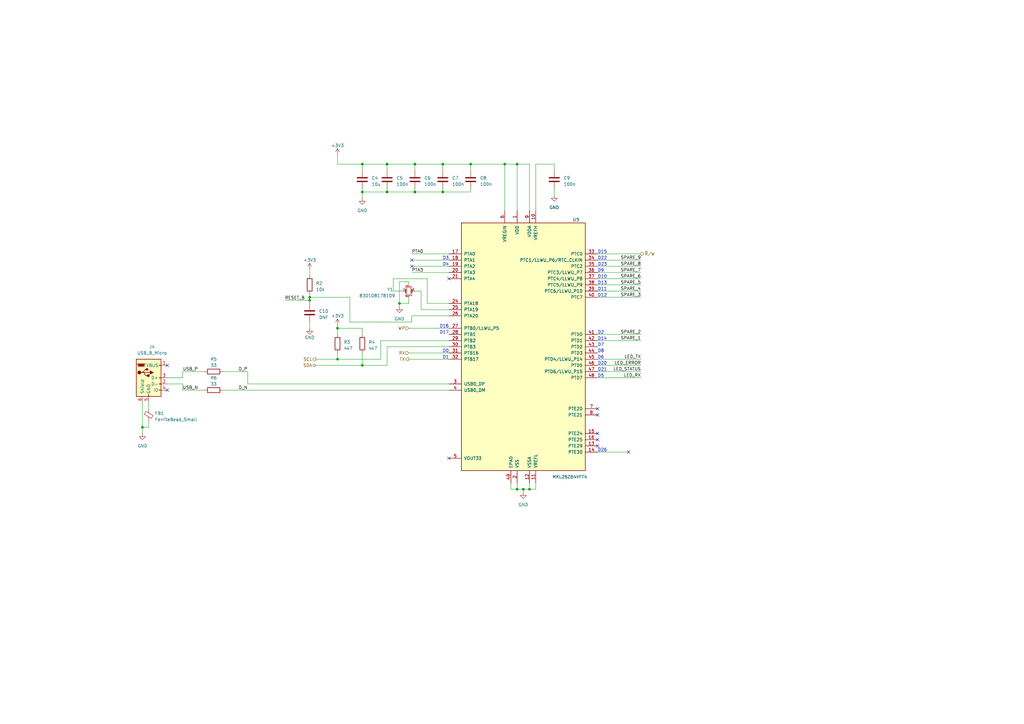
<source format=kicad_sch>
(kicad_sch (version 20210621) (generator eeschema)

  (uuid 96a521d9-3b8d-4330-9c74-0b12e1c9c6ff)

  (paper "A3")

  (lib_symbols
    (symbol "Connector:USB_B_Micro" (pin_names (offset 1.016)) (in_bom yes) (on_board yes)
      (property "Reference" "J" (id 0) (at -5.08 11.43 0)
        (effects (font (size 1.27 1.27)) (justify left))
      )
      (property "Value" "USB_B_Micro" (id 1) (at -5.08 8.89 0)
        (effects (font (size 1.27 1.27)) (justify left))
      )
      (property "Footprint" "" (id 2) (at 3.81 -1.27 0)
        (effects (font (size 1.27 1.27)) hide)
      )
      (property "Datasheet" "~" (id 3) (at 3.81 -1.27 0)
        (effects (font (size 1.27 1.27)) hide)
      )
      (property "ki_keywords" "connector USB micro" (id 4) (at 0 0 0)
        (effects (font (size 1.27 1.27)) hide)
      )
      (property "ki_description" "USB Micro Type B connector" (id 5) (at 0 0 0)
        (effects (font (size 1.27 1.27)) hide)
      )
      (property "ki_fp_filters" "USB*" (id 6) (at 0 0 0)
        (effects (font (size 1.27 1.27)) hide)
      )
      (symbol "USB_B_Micro_0_1"
        (circle (center -3.81 2.159) (radius 0.635) (stroke (width 0.254)) (fill (type outline)))
        (circle (center -0.635 3.429) (radius 0.381) (stroke (width 0.254)) (fill (type outline)))
        (rectangle (start -0.127 -7.62) (end 0.127 -6.858)
          (stroke (width 0)) (fill (type none))
        )
        (rectangle (start 5.08 -5.207) (end 4.318 -4.953)
          (stroke (width 0)) (fill (type none))
        )
        (rectangle (start 5.08 -2.667) (end 4.318 -2.413)
          (stroke (width 0)) (fill (type none))
        )
        (rectangle (start 5.08 -0.127) (end 4.318 0.127)
          (stroke (width 0)) (fill (type none))
        )
        (rectangle (start 5.08 4.953) (end 4.318 5.207)
          (stroke (width 0)) (fill (type none))
        )
        (rectangle (start 0.254 1.27) (end -0.508 0.508)
          (stroke (width 0.254)) (fill (type outline))
        )
        (rectangle (start -5.08 -7.62) (end 5.08 7.62)
          (stroke (width 0.254)) (fill (type background))
        )
        (polyline
          (pts
            (xy -1.905 2.159)
            (xy 0.635 2.159)
          )
          (stroke (width 0.254)) (fill (type none))
        )
        (polyline
          (pts
            (xy -3.175 2.159)
            (xy -2.54 2.159)
            (xy -1.27 3.429)
            (xy -0.635 3.429)
          )
          (stroke (width 0.254)) (fill (type none))
        )
        (polyline
          (pts
            (xy -2.54 2.159)
            (xy -1.905 2.159)
            (xy -1.27 0.889)
            (xy 0 0.889)
          )
          (stroke (width 0.254)) (fill (type none))
        )
        (polyline
          (pts
            (xy -4.699 5.842)
            (xy -4.699 5.588)
            (xy -4.445 4.826)
            (xy -4.445 4.572)
            (xy -1.651 4.572)
            (xy -1.651 4.826)
            (xy -1.397 5.588)
            (xy -1.397 5.842)
            (xy -4.699 5.842)
          )
          (stroke (width 0)) (fill (type none))
        )
        (polyline
          (pts
            (xy 0.635 2.794)
            (xy 0.635 1.524)
            (xy 1.905 2.159)
            (xy 0.635 2.794)
          )
          (stroke (width 0.254)) (fill (type outline))
        )
        (polyline
          (pts
            (xy -4.318 5.588)
            (xy -1.778 5.588)
            (xy -2.032 4.826)
            (xy -4.064 4.826)
            (xy -4.318 5.588)
          )
          (stroke (width 0)) (fill (type outline))
        )
      )
      (symbol "USB_B_Micro_1_1"
        (pin power_out line (at 7.62 5.08 180) (length 2.54)
          (name "VBUS" (effects (font (size 1.27 1.27))))
          (number "1" (effects (font (size 1.27 1.27))))
        )
        (pin bidirectional line (at 7.62 -2.54 180) (length 2.54)
          (name "D-" (effects (font (size 1.27 1.27))))
          (number "2" (effects (font (size 1.27 1.27))))
        )
        (pin bidirectional line (at 7.62 0 180) (length 2.54)
          (name "D+" (effects (font (size 1.27 1.27))))
          (number "3" (effects (font (size 1.27 1.27))))
        )
        (pin passive line (at 7.62 -5.08 180) (length 2.54)
          (name "ID" (effects (font (size 1.27 1.27))))
          (number "4" (effects (font (size 1.27 1.27))))
        )
        (pin power_out line (at 0 -10.16 90) (length 2.54)
          (name "GND" (effects (font (size 1.27 1.27))))
          (number "5" (effects (font (size 1.27 1.27))))
        )
        (pin passive line (at -2.54 -10.16 90) (length 2.54)
          (name "Shield" (effects (font (size 1.27 1.27))))
          (number "6" (effects (font (size 1.27 1.27))))
        )
      )
    )
    (symbol "Device:C" (pin_numbers hide) (pin_names (offset 0.254)) (in_bom yes) (on_board yes)
      (property "Reference" "C" (id 0) (at 0.635 2.54 0)
        (effects (font (size 1.27 1.27)) (justify left))
      )
      (property "Value" "C" (id 1) (at 0.635 -2.54 0)
        (effects (font (size 1.27 1.27)) (justify left))
      )
      (property "Footprint" "" (id 2) (at 0.9652 -3.81 0)
        (effects (font (size 1.27 1.27)) hide)
      )
      (property "Datasheet" "~" (id 3) (at 0 0 0)
        (effects (font (size 1.27 1.27)) hide)
      )
      (property "ki_keywords" "cap capacitor" (id 4) (at 0 0 0)
        (effects (font (size 1.27 1.27)) hide)
      )
      (property "ki_description" "Unpolarized capacitor" (id 5) (at 0 0 0)
        (effects (font (size 1.27 1.27)) hide)
      )
      (property "ki_fp_filters" "C_*" (id 6) (at 0 0 0)
        (effects (font (size 1.27 1.27)) hide)
      )
      (symbol "C_0_1"
        (polyline
          (pts
            (xy -2.032 -0.762)
            (xy 2.032 -0.762)
          )
          (stroke (width 0.508)) (fill (type none))
        )
        (polyline
          (pts
            (xy -2.032 0.762)
            (xy 2.032 0.762)
          )
          (stroke (width 0.508)) (fill (type none))
        )
      )
      (symbol "C_1_1"
        (pin passive line (at 0 3.81 270) (length 2.794)
          (name "~" (effects (font (size 1.27 1.27))))
          (number "1" (effects (font (size 1.27 1.27))))
        )
        (pin passive line (at 0 -3.81 90) (length 2.794)
          (name "~" (effects (font (size 1.27 1.27))))
          (number "2" (effects (font (size 1.27 1.27))))
        )
      )
    )
    (symbol "Device:Crystal_GND24_Small" (pin_names (offset 1.016) hide) (in_bom yes) (on_board yes)
      (property "Reference" "Y" (id 0) (at 1.27 4.445 0)
        (effects (font (size 1.27 1.27)) (justify left))
      )
      (property "Value" "Crystal_GND24_Small" (id 1) (at 1.27 2.54 0)
        (effects (font (size 1.27 1.27)) (justify left))
      )
      (property "Footprint" "" (id 2) (at 0 0 0)
        (effects (font (size 1.27 1.27)) hide)
      )
      (property "Datasheet" "~" (id 3) (at 0 0 0)
        (effects (font (size 1.27 1.27)) hide)
      )
      (property "ki_keywords" "quartz ceramic resonator oscillator" (id 4) (at 0 0 0)
        (effects (font (size 1.27 1.27)) hide)
      )
      (property "ki_description" "Four pin crystal, GND on pins 2 and 4, small symbol" (id 5) (at 0 0 0)
        (effects (font (size 1.27 1.27)) hide)
      )
      (property "ki_fp_filters" "Crystal*" (id 6) (at 0 0 0)
        (effects (font (size 1.27 1.27)) hide)
      )
      (symbol "Crystal_GND24_Small_0_1"
        (rectangle (start -0.762 -1.524) (end 0.762 1.524)
          (stroke (width 0)) (fill (type none))
        )
        (polyline
          (pts
            (xy -1.27 -0.762)
            (xy -1.27 0.762)
          )
          (stroke (width 0.381)) (fill (type none))
        )
        (polyline
          (pts
            (xy 1.27 -0.762)
            (xy 1.27 0.762)
          )
          (stroke (width 0.381)) (fill (type none))
        )
        (polyline
          (pts
            (xy -1.27 -1.27)
            (xy -1.27 -1.905)
            (xy 1.27 -1.905)
            (xy 1.27 -1.27)
          )
          (stroke (width 0)) (fill (type none))
        )
        (polyline
          (pts
            (xy -1.27 1.27)
            (xy -1.27 1.905)
            (xy 1.27 1.905)
            (xy 1.27 1.27)
          )
          (stroke (width 0)) (fill (type none))
        )
      )
      (symbol "Crystal_GND24_Small_1_1"
        (pin passive line (at -2.54 0 0) (length 1.27)
          (name "1" (effects (font (size 1.27 1.27))))
          (number "1" (effects (font (size 0.762 0.762))))
        )
        (pin passive line (at 0 -2.54 90) (length 0.635)
          (name "2" (effects (font (size 1.27 1.27))))
          (number "2" (effects (font (size 0.762 0.762))))
        )
        (pin passive line (at 2.54 0 180) (length 1.27)
          (name "3" (effects (font (size 1.27 1.27))))
          (number "3" (effects (font (size 0.762 0.762))))
        )
        (pin passive line (at 0 2.54 270) (length 0.635)
          (name "4" (effects (font (size 1.27 1.27))))
          (number "4" (effects (font (size 0.762 0.762))))
        )
      )
    )
    (symbol "Device:FerriteBead_Small" (pin_numbers hide) (pin_names (offset 0)) (in_bom yes) (on_board yes)
      (property "Reference" "FB" (id 0) (at 1.905 1.27 0)
        (effects (font (size 1.27 1.27)) (justify left))
      )
      (property "Value" "FerriteBead_Small" (id 1) (at 1.905 -1.27 0)
        (effects (font (size 1.27 1.27)) (justify left))
      )
      (property "Footprint" "" (id 2) (at -1.778 0 90)
        (effects (font (size 1.27 1.27)) hide)
      )
      (property "Datasheet" "~" (id 3) (at 0 0 0)
        (effects (font (size 1.27 1.27)) hide)
      )
      (property "ki_keywords" "L ferrite bead inductor filter" (id 4) (at 0 0 0)
        (effects (font (size 1.27 1.27)) hide)
      )
      (property "ki_description" "Ferrite bead, small symbol" (id 5) (at 0 0 0)
        (effects (font (size 1.27 1.27)) hide)
      )
      (property "ki_fp_filters" "Inductor_* L_* *Ferrite*" (id 6) (at 0 0 0)
        (effects (font (size 1.27 1.27)) hide)
      )
      (symbol "FerriteBead_Small_0_1"
        (polyline
          (pts
            (xy 0 -1.27)
            (xy 0 -0.7874)
          )
          (stroke (width 0)) (fill (type none))
        )
        (polyline
          (pts
            (xy 0 0.889)
            (xy 0 1.2954)
          )
          (stroke (width 0)) (fill (type none))
        )
        (polyline
          (pts
            (xy -1.8288 0.2794)
            (xy -1.1176 1.4986)
            (xy 1.8288 -0.2032)
            (xy 1.1176 -1.4224)
            (xy -1.8288 0.2794)
          )
          (stroke (width 0)) (fill (type none))
        )
      )
      (symbol "FerriteBead_Small_1_1"
        (pin passive line (at 0 2.54 270) (length 1.27)
          (name "~" (effects (font (size 1.27 1.27))))
          (number "1" (effects (font (size 1.27 1.27))))
        )
        (pin passive line (at 0 -2.54 90) (length 1.27)
          (name "~" (effects (font (size 1.27 1.27))))
          (number "2" (effects (font (size 1.27 1.27))))
        )
      )
    )
    (symbol "Device:R" (pin_numbers hide) (pin_names (offset 0)) (in_bom yes) (on_board yes)
      (property "Reference" "R" (id 0) (at 2.032 0 90)
        (effects (font (size 1.27 1.27)))
      )
      (property "Value" "R" (id 1) (at 0 0 90)
        (effects (font (size 1.27 1.27)))
      )
      (property "Footprint" "" (id 2) (at -1.778 0 90)
        (effects (font (size 1.27 1.27)) hide)
      )
      (property "Datasheet" "~" (id 3) (at 0 0 0)
        (effects (font (size 1.27 1.27)) hide)
      )
      (property "ki_keywords" "R res resistor" (id 4) (at 0 0 0)
        (effects (font (size 1.27 1.27)) hide)
      )
      (property "ki_description" "Resistor" (id 5) (at 0 0 0)
        (effects (font (size 1.27 1.27)) hide)
      )
      (property "ki_fp_filters" "R_*" (id 6) (at 0 0 0)
        (effects (font (size 1.27 1.27)) hide)
      )
      (symbol "R_0_1"
        (rectangle (start -1.016 -2.54) (end 1.016 2.54)
          (stroke (width 0.254)) (fill (type none))
        )
      )
      (symbol "R_1_1"
        (pin passive line (at 0 3.81 270) (length 1.27)
          (name "~" (effects (font (size 1.27 1.27))))
          (number "1" (effects (font (size 1.27 1.27))))
        )
        (pin passive line (at 0 -3.81 90) (length 1.27)
          (name "~" (effects (font (size 1.27 1.27))))
          (number "2" (effects (font (size 1.27 1.27))))
        )
      )
    )
    (symbol "MCU_NXP_Kinetis:MKL26Z64VFT4" (pin_names (offset 1.016)) (in_bom yes) (on_board yes)
      (property "Reference" "U" (id 0) (at -25.4 51.435 0)
        (effects (font (size 1.27 1.27)) (justify left bottom))
      )
      (property "Value" "MKL26Z64VFT4" (id 1) (at 25.4 51.435 0)
        (effects (font (size 1.27 1.27)) (justify right bottom))
      )
      (property "Footprint" "Package_DFN_QFN:QFN-48-1EP_7x7mm_P0.5mm_EP5.15x5.15mm" (id 2) (at 6.35 -51.435 0)
        (effects (font (size 1.27 1.27)) (justify left top) hide)
      )
      (property "Datasheet" "http://www.nxp.com/docs/en/data-sheet/KL26P64M48SF5.pdf" (id 3) (at 7.62 -58.42 0)
        (effects (font (size 1.27 1.27)) (justify left bottom) hide)
      )
      (property "ki_keywords" "Kinetis KL26 ARM Cortex M0+" (id 4) (at 0 0 0)
        (effects (font (size 1.27 1.27)) hide)
      )
      (property "ki_description" "Kinetis KL26 series, 48-MHz/32-bit ARM Cortex-M0+, 64 kB flash, 8 kB SRAM, USB FS Device/OTG, QFN-48" (id 5) (at 0 0 0)
        (effects (font (size 1.27 1.27)) hide)
      )
      (property "ki_fp_filters" "QFN*7x7mm*P0.5mm*" (id 6) (at 0 0 0)
        (effects (font (size 1.27 1.27)) hide)
      )
      (symbol "MKL26Z64VFT4_0_1"
        (rectangle (start -25.4 50.8) (end 25.4 -50.8)
          (stroke (width 0.254)) (fill (type background))
        )
      )
      (symbol "MKL26Z64VFT4_1_1"
        (pin power_in line (at -2.54 55.88 270) (length 5.08)
          (name "VDD" (effects (font (size 1.27 1.27))))
          (number "1" (effects (font (size 1.27 1.27))))
        )
        (pin power_in line (at 5.08 55.88 270) (length 5.08)
          (name "VREFH" (effects (font (size 1.27 1.27))))
          (number "10" (effects (font (size 1.27 1.27))))
        )
        (pin power_in line (at 5.08 -55.88 90) (length 5.08)
          (name "VREFL" (effects (font (size 1.27 1.27))))
          (number "11" (effects (font (size 1.27 1.27))))
        )
        (pin power_in line (at 2.54 -55.88 90) (length 5.08)
          (name "VSSA" (effects (font (size 1.27 1.27))))
          (number "12" (effects (font (size 1.27 1.27))))
        )
        (pin bidirectional line (at 30.48 -40.64 180) (length 5.08)
          (name "PTE29" (effects (font (size 1.27 1.27))))
          (number "13" (effects (font (size 1.27 1.27))))
        )
        (pin bidirectional line (at 30.48 -43.18 180) (length 5.08)
          (name "PTE30" (effects (font (size 1.27 1.27))))
          (number "14" (effects (font (size 1.27 1.27))))
        )
        (pin bidirectional line (at 30.48 -35.56 180) (length 5.08)
          (name "PTE24" (effects (font (size 1.27 1.27))))
          (number "15" (effects (font (size 1.27 1.27))))
        )
        (pin bidirectional line (at 30.48 -38.1 180) (length 5.08)
          (name "PTE25" (effects (font (size 1.27 1.27))))
          (number "16" (effects (font (size 1.27 1.27))))
        )
        (pin bidirectional line (at -30.48 38.1 0) (length 5.08)
          (name "PTA0" (effects (font (size 1.27 1.27))))
          (number "17" (effects (font (size 1.27 1.27))))
        )
        (pin bidirectional line (at -30.48 35.56 0) (length 5.08)
          (name "PTA1" (effects (font (size 1.27 1.27))))
          (number "18" (effects (font (size 1.27 1.27))))
        )
        (pin bidirectional line (at -30.48 33.02 0) (length 5.08)
          (name "PTA2" (effects (font (size 1.27 1.27))))
          (number "19" (effects (font (size 1.27 1.27))))
        )
        (pin power_in line (at -2.54 -55.88 90) (length 5.08)
          (name "VSS" (effects (font (size 1.27 1.27))))
          (number "2" (effects (font (size 1.27 1.27))))
        )
        (pin bidirectional line (at -30.48 30.48 0) (length 5.08)
          (name "PTA3" (effects (font (size 1.27 1.27))))
          (number "20" (effects (font (size 1.27 1.27))))
        )
        (pin bidirectional line (at -30.48 27.94 0) (length 5.08)
          (name "PTA4" (effects (font (size 1.27 1.27))))
          (number "21" (effects (font (size 1.27 1.27))))
        )
        (pin passive line (at -2.54 55.88 270) (length 5.08) hide
          (name "VDD" (effects (font (size 1.27 1.27))))
          (number "22" (effects (font (size 1.27 1.27))))
        )
        (pin passive line (at -2.54 -55.88 90) (length 5.08) hide
          (name "VSS" (effects (font (size 1.27 1.27))))
          (number "23" (effects (font (size 1.27 1.27))))
        )
        (pin bidirectional line (at -30.48 17.78 0) (length 5.08)
          (name "PTA18" (effects (font (size 1.27 1.27))))
          (number "24" (effects (font (size 1.27 1.27))))
        )
        (pin bidirectional line (at -30.48 15.24 0) (length 5.08)
          (name "PTA19" (effects (font (size 1.27 1.27))))
          (number "25" (effects (font (size 1.27 1.27))))
        )
        (pin bidirectional line (at -30.48 12.7 0) (length 5.08)
          (name "PTA20" (effects (font (size 1.27 1.27))))
          (number "26" (effects (font (size 1.27 1.27))))
        )
        (pin bidirectional line (at -30.48 7.62 0) (length 5.08)
          (name "PTB0/LLWU_P5" (effects (font (size 1.27 1.27))))
          (number "27" (effects (font (size 1.27 1.27))))
        )
        (pin bidirectional line (at -30.48 5.08 0) (length 5.08)
          (name "PTB1" (effects (font (size 1.27 1.27))))
          (number "28" (effects (font (size 1.27 1.27))))
        )
        (pin bidirectional line (at -30.48 2.54 0) (length 5.08)
          (name "PTB2" (effects (font (size 1.27 1.27))))
          (number "29" (effects (font (size 1.27 1.27))))
        )
        (pin bidirectional line (at -30.48 -15.24 0) (length 5.08)
          (name "USB0_DP" (effects (font (size 1.27 1.27))))
          (number "3" (effects (font (size 1.27 1.27))))
        )
        (pin bidirectional line (at -30.48 0 0) (length 5.08)
          (name "PTB3" (effects (font (size 1.27 1.27))))
          (number "30" (effects (font (size 1.27 1.27))))
        )
        (pin bidirectional line (at -30.48 -2.54 0) (length 5.08)
          (name "PTB16" (effects (font (size 1.27 1.27))))
          (number "31" (effects (font (size 1.27 1.27))))
        )
        (pin bidirectional line (at -30.48 -5.08 0) (length 5.08)
          (name "PTB17" (effects (font (size 1.27 1.27))))
          (number "32" (effects (font (size 1.27 1.27))))
        )
        (pin bidirectional line (at 30.48 38.1 180) (length 5.08)
          (name "PTC0" (effects (font (size 1.27 1.27))))
          (number "33" (effects (font (size 1.27 1.27))))
        )
        (pin bidirectional line (at 30.48 35.56 180) (length 5.08)
          (name "PTC1/LLWU_P6/RTC_CLKIN" (effects (font (size 1.27 1.27))))
          (number "34" (effects (font (size 1.27 1.27))))
        )
        (pin bidirectional line (at 30.48 33.02 180) (length 5.08)
          (name "PTC2" (effects (font (size 1.27 1.27))))
          (number "35" (effects (font (size 1.27 1.27))))
        )
        (pin bidirectional line (at 30.48 30.48 180) (length 5.08)
          (name "PTC3/LLWU_P7" (effects (font (size 1.27 1.27))))
          (number "36" (effects (font (size 1.27 1.27))))
        )
        (pin bidirectional line (at 30.48 27.94 180) (length 5.08)
          (name "PTC4/LLWU_P8" (effects (font (size 1.27 1.27))))
          (number "37" (effects (font (size 1.27 1.27))))
        )
        (pin bidirectional line (at 30.48 25.4 180) (length 5.08)
          (name "PTC5/LLWU_P9" (effects (font (size 1.27 1.27))))
          (number "38" (effects (font (size 1.27 1.27))))
        )
        (pin bidirectional line (at 30.48 22.86 180) (length 5.08)
          (name "PTC6/LLWU_P10" (effects (font (size 1.27 1.27))))
          (number "39" (effects (font (size 1.27 1.27))))
        )
        (pin bidirectional line (at -30.48 -17.78 0) (length 5.08)
          (name "USB0_DM" (effects (font (size 1.27 1.27))))
          (number "4" (effects (font (size 1.27 1.27))))
        )
        (pin bidirectional line (at 30.48 20.32 180) (length 5.08)
          (name "PTC7" (effects (font (size 1.27 1.27))))
          (number "40" (effects (font (size 1.27 1.27))))
        )
        (pin bidirectional line (at 30.48 5.08 180) (length 5.08)
          (name "PTD0" (effects (font (size 1.27 1.27))))
          (number "41" (effects (font (size 1.27 1.27))))
        )
        (pin bidirectional line (at 30.48 2.54 180) (length 5.08)
          (name "PTD1" (effects (font (size 1.27 1.27))))
          (number "42" (effects (font (size 1.27 1.27))))
        )
        (pin bidirectional line (at 30.48 0 180) (length 5.08)
          (name "PTD2" (effects (font (size 1.27 1.27))))
          (number "43" (effects (font (size 1.27 1.27))))
        )
        (pin bidirectional line (at 30.48 -2.54 180) (length 5.08)
          (name "PTD3" (effects (font (size 1.27 1.27))))
          (number "44" (effects (font (size 1.27 1.27))))
        )
        (pin bidirectional line (at 30.48 -5.08 180) (length 5.08)
          (name "PTD4/LLWU_P14" (effects (font (size 1.27 1.27))))
          (number "45" (effects (font (size 1.27 1.27))))
        )
        (pin bidirectional line (at 30.48 -7.62 180) (length 5.08)
          (name "PTD5" (effects (font (size 1.27 1.27))))
          (number "46" (effects (font (size 1.27 1.27))))
        )
        (pin bidirectional line (at 30.48 -10.16 180) (length 5.08)
          (name "PTD6/LLWU_P15" (effects (font (size 1.27 1.27))))
          (number "47" (effects (font (size 1.27 1.27))))
        )
        (pin bidirectional line (at 30.48 -12.7 180) (length 5.08)
          (name "PTD7" (effects (font (size 1.27 1.27))))
          (number "48" (effects (font (size 1.27 1.27))))
        )
        (pin power_in line (at -5.08 -55.88 90) (length 5.08)
          (name "EPAD" (effects (font (size 1.27 1.27))))
          (number "49" (effects (font (size 1.27 1.27))))
        )
        (pin power_out line (at -30.48 -45.72 0) (length 5.08)
          (name "VOUT33" (effects (font (size 1.27 1.27))))
          (number "5" (effects (font (size 1.27 1.27))))
        )
        (pin power_in line (at -7.62 55.88 270) (length 5.08)
          (name "VREGIN" (effects (font (size 1.27 1.27))))
          (number "6" (effects (font (size 1.27 1.27))))
        )
        (pin bidirectional line (at 30.48 -25.4 180) (length 5.08)
          (name "PTE20" (effects (font (size 1.27 1.27))))
          (number "7" (effects (font (size 1.27 1.27))))
        )
        (pin bidirectional line (at 30.48 -27.94 180) (length 5.08)
          (name "PTE21" (effects (font (size 1.27 1.27))))
          (number "8" (effects (font (size 1.27 1.27))))
        )
        (pin power_in line (at 2.54 55.88 270) (length 5.08)
          (name "VDDA" (effects (font (size 1.27 1.27))))
          (number "9" (effects (font (size 1.27 1.27))))
        )
      )
    )
    (symbol "power:+3.3V" (power) (pin_names (offset 0)) (in_bom yes) (on_board yes)
      (property "Reference" "#PWR" (id 0) (at 0 -3.81 0)
        (effects (font (size 1.27 1.27)) hide)
      )
      (property "Value" "+3.3V" (id 1) (at 0 3.556 0)
        (effects (font (size 1.27 1.27)))
      )
      (property "Footprint" "" (id 2) (at 0 0 0)
        (effects (font (size 1.27 1.27)) hide)
      )
      (property "Datasheet" "" (id 3) (at 0 0 0)
        (effects (font (size 1.27 1.27)) hide)
      )
      (property "ki_keywords" "power-flag" (id 4) (at 0 0 0)
        (effects (font (size 1.27 1.27)) hide)
      )
      (property "ki_description" "Power symbol creates a global label with name \"+3.3V\"" (id 5) (at 0 0 0)
        (effects (font (size 1.27 1.27)) hide)
      )
      (symbol "+3.3V_0_1"
        (polyline
          (pts
            (xy -0.762 1.27)
            (xy 0 2.54)
          )
          (stroke (width 0)) (fill (type none))
        )
        (polyline
          (pts
            (xy 0 0)
            (xy 0 2.54)
          )
          (stroke (width 0)) (fill (type none))
        )
        (polyline
          (pts
            (xy 0 2.54)
            (xy 0.762 1.27)
          )
          (stroke (width 0)) (fill (type none))
        )
      )
      (symbol "+3.3V_1_1"
        (pin power_in line (at 0 0 90) (length 0) hide
          (name "+3V3" (effects (font (size 1.27 1.27))))
          (number "1" (effects (font (size 1.27 1.27))))
        )
      )
    )
    (symbol "power:+3V3" (power) (pin_names (offset 0)) (in_bom yes) (on_board yes)
      (property "Reference" "#PWR" (id 0) (at 0 -3.81 0)
        (effects (font (size 1.27 1.27)) hide)
      )
      (property "Value" "+3V3" (id 1) (at 0 3.556 0)
        (effects (font (size 1.27 1.27)))
      )
      (property "Footprint" "" (id 2) (at 0 0 0)
        (effects (font (size 1.27 1.27)) hide)
      )
      (property "Datasheet" "" (id 3) (at 0 0 0)
        (effects (font (size 1.27 1.27)) hide)
      )
      (property "ki_keywords" "power-flag" (id 4) (at 0 0 0)
        (effects (font (size 1.27 1.27)) hide)
      )
      (property "ki_description" "Power symbol creates a global label with name \"+3V3\"" (id 5) (at 0 0 0)
        (effects (font (size 1.27 1.27)) hide)
      )
      (symbol "+3V3_0_1"
        (polyline
          (pts
            (xy -0.762 1.27)
            (xy 0 2.54)
          )
          (stroke (width 0)) (fill (type none))
        )
        (polyline
          (pts
            (xy 0 0)
            (xy 0 2.54)
          )
          (stroke (width 0)) (fill (type none))
        )
        (polyline
          (pts
            (xy 0 2.54)
            (xy 0.762 1.27)
          )
          (stroke (width 0)) (fill (type none))
        )
      )
      (symbol "+3V3_1_1"
        (pin power_in line (at 0 0 90) (length 0) hide
          (name "+3V3" (effects (font (size 1.27 1.27))))
          (number "1" (effects (font (size 1.27 1.27))))
        )
      )
    )
    (symbol "power:GND" (power) (pin_names (offset 0)) (in_bom yes) (on_board yes)
      (property "Reference" "#PWR" (id 0) (at 0 -6.35 0)
        (effects (font (size 1.27 1.27)) hide)
      )
      (property "Value" "GND" (id 1) (at 0 -3.81 0)
        (effects (font (size 1.27 1.27)))
      )
      (property "Footprint" "" (id 2) (at 0 0 0)
        (effects (font (size 1.27 1.27)) hide)
      )
      (property "Datasheet" "" (id 3) (at 0 0 0)
        (effects (font (size 1.27 1.27)) hide)
      )
      (property "ki_keywords" "power-flag" (id 4) (at 0 0 0)
        (effects (font (size 1.27 1.27)) hide)
      )
      (property "ki_description" "Power symbol creates a global label with name \"GND\" , ground" (id 5) (at 0 0 0)
        (effects (font (size 1.27 1.27)) hide)
      )
      (symbol "GND_0_1"
        (polyline
          (pts
            (xy 0 0)
            (xy 0 -1.27)
            (xy 1.27 -1.27)
            (xy 0 -2.54)
            (xy -1.27 -1.27)
            (xy 0 -1.27)
          )
          (stroke (width 0)) (fill (type none))
        )
      )
      (symbol "GND_1_1"
        (pin power_in line (at 0 0 270) (length 0) hide
          (name "GND" (effects (font (size 1.27 1.27))))
          (number "1" (effects (font (size 1.27 1.27))))
        )
      )
    )
  )

  (junction (at 58.42 175.26) (diameter 0.9144) (color 0 0 0 0))
  (junction (at 127 121.92) (diameter 0.9144) (color 0 0 0 0))
  (junction (at 127 123.19) (diameter 0.9144) (color 0 0 0 0))
  (junction (at 138.43 134.62) (diameter 0.9144) (color 0 0 0 0))
  (junction (at 138.43 147.32) (diameter 0.9144) (color 0 0 0 0))
  (junction (at 148.59 67.31) (diameter 0.9144) (color 0 0 0 0))
  (junction (at 148.59 78.74) (diameter 0.9144) (color 0 0 0 0))
  (junction (at 148.59 149.86) (diameter 0.9144) (color 0 0 0 0))
  (junction (at 158.75 67.31) (diameter 0.9144) (color 0 0 0 0))
  (junction (at 158.75 78.74) (diameter 0.9144) (color 0 0 0 0))
  (junction (at 163.83 124.46) (diameter 0.9144) (color 0 0 0 0))
  (junction (at 170.18 67.31) (diameter 0.9144) (color 0 0 0 0))
  (junction (at 170.18 78.74) (diameter 0.9144) (color 0 0 0 0))
  (junction (at 181.61 67.31) (diameter 0.9144) (color 0 0 0 0))
  (junction (at 181.61 78.74) (diameter 0.9144) (color 0 0 0 0))
  (junction (at 193.04 67.31) (diameter 0.9144) (color 0 0 0 0))
  (junction (at 207.01 67.31) (diameter 0.9144) (color 0 0 0 0))
  (junction (at 212.09 67.31) (diameter 0.9144) (color 0 0 0 0))
  (junction (at 212.09 200.66) (diameter 0.9144) (color 0 0 0 0))
  (junction (at 214.63 200.66) (diameter 0.9144) (color 0 0 0 0))
  (junction (at 217.17 200.66) (diameter 0.9144) (color 0 0 0 0))

  (no_connect (at 68.58 149.86) (uuid 4f009eb1-a420-448e-8d62-21a4e779c46b))
  (no_connect (at 68.58 160.02) (uuid a60c82b6-e98e-4ab8-a2ff-f7f244b379fd))
  (no_connect (at 168.91 106.68) (uuid dc746bd5-9d91-4306-a9dd-4ad9370aaa20))
  (no_connect (at 168.91 109.22) (uuid 18718da0-d653-4717-97ea-5a1718c975f5))
  (no_connect (at 184.15 114.3) (uuid a0949e79-76d1-4a3f-94de-4fa54e4e5e64))
  (no_connect (at 184.15 187.96) (uuid 3cc1e878-4ceb-4acf-bef6-8a48bc9fabc4))
  (no_connect (at 245.11 167.64) (uuid 5a665d91-ad51-43bb-9b88-2a32a6048485))
  (no_connect (at 245.11 170.18) (uuid da65f627-d54a-4b6a-9caa-e192ec9b2542))
  (no_connect (at 245.11 177.8) (uuid 176d9e5c-bb70-4aa9-bdb8-f83904487555))
  (no_connect (at 245.11 180.34) (uuid 5b75a5c1-d319-4165-a2ae-25c09e434f7c))
  (no_connect (at 245.11 182.88) (uuid 189a5bee-3aad-45e5-863f-2a20f12d478b))
  (no_connect (at 257.81 185.42) (uuid 953cb4d8-90ab-433a-a6fd-178ba2b6cef0))

  (wire (pts (xy 58.42 165.1) (xy 58.42 175.26))
    (stroke (width 0) (type solid) (color 0 0 0 0))
    (uuid 893f1129-f4c8-4158-b608-1a367d6c4038)
  )
  (wire (pts (xy 58.42 175.26) (xy 58.42 177.8))
    (stroke (width 0) (type solid) (color 0 0 0 0))
    (uuid de14eccc-431a-4512-b4ac-c5a3ba5d4804)
  )
  (wire (pts (xy 58.42 175.26) (xy 60.96 175.26))
    (stroke (width 0) (type solid) (color 0 0 0 0))
    (uuid 28daeeb0-6216-4411-b7fc-2849603c6964)
  )
  (wire (pts (xy 60.96 165.1) (xy 60.96 167.64))
    (stroke (width 0) (type solid) (color 0 0 0 0))
    (uuid 69b2dc72-628b-4786-84aa-1486cdd7d878)
  )
  (wire (pts (xy 60.96 172.72) (xy 60.96 175.26))
    (stroke (width 0) (type solid) (color 0 0 0 0))
    (uuid bc9f3347-53cd-43f3-8f2a-e0cecc0f9b08)
  )
  (wire (pts (xy 68.58 157.48) (xy 74.93 157.48))
    (stroke (width 0) (type solid) (color 0 0 0 0))
    (uuid bf7b0a0b-5606-4427-9618-e7a3ea8cfa49)
  )
  (wire (pts (xy 74.93 152.4) (xy 74.93 154.94))
    (stroke (width 0) (type solid) (color 0 0 0 0))
    (uuid 5c4f066c-4658-44f5-ae48-8b1d2f10a1f4)
  )
  (wire (pts (xy 74.93 154.94) (xy 68.58 154.94))
    (stroke (width 0) (type solid) (color 0 0 0 0))
    (uuid 5c4f066c-4658-44f5-ae48-8b1d2f10a1f4)
  )
  (wire (pts (xy 74.93 157.48) (xy 74.93 160.02))
    (stroke (width 0) (type solid) (color 0 0 0 0))
    (uuid bf7b0a0b-5606-4427-9618-e7a3ea8cfa49)
  )
  (wire (pts (xy 74.93 160.02) (xy 83.82 160.02))
    (stroke (width 0) (type solid) (color 0 0 0 0))
    (uuid bf7b0a0b-5606-4427-9618-e7a3ea8cfa49)
  )
  (wire (pts (xy 83.82 152.4) (xy 74.93 152.4))
    (stroke (width 0) (type solid) (color 0 0 0 0))
    (uuid 5c4f066c-4658-44f5-ae48-8b1d2f10a1f4)
  )
  (wire (pts (xy 91.44 152.4) (xy 101.6 152.4))
    (stroke (width 0) (type solid) (color 0 0 0 0))
    (uuid 4f255d4f-6951-46e2-a870-2fe1d46a56f5)
  )
  (wire (pts (xy 91.44 160.02) (xy 184.15 160.02))
    (stroke (width 0) (type solid) (color 0 0 0 0))
    (uuid e6d5ebd4-731d-4ec3-88cf-3705a8f3e36b)
  )
  (wire (pts (xy 101.6 157.48) (xy 101.6 152.4))
    (stroke (width 0) (type solid) (color 0 0 0 0))
    (uuid f103b642-5c46-4114-a6fd-efdf325cad5c)
  )
  (wire (pts (xy 101.6 157.48) (xy 184.15 157.48))
    (stroke (width 0) (type solid) (color 0 0 0 0))
    (uuid c9108395-797d-42e4-a6e9-fd4b289aee69)
  )
  (wire (pts (xy 116.84 123.19) (xy 127 123.19))
    (stroke (width 0) (type solid) (color 0 0 0 0))
    (uuid 345da3bd-4621-4aa0-b6e1-6479b37fb772)
  )
  (wire (pts (xy 127 110.49) (xy 127 113.03))
    (stroke (width 0) (type solid) (color 0 0 0 0))
    (uuid cfb0d2fd-fee3-4e98-bc53-023c5b52cd6c)
  )
  (wire (pts (xy 127 120.65) (xy 127 121.92))
    (stroke (width 0) (type solid) (color 0 0 0 0))
    (uuid bc861aec-9bb2-4a3c-92e4-cee988932cfb)
  )
  (wire (pts (xy 127 121.92) (xy 127 123.19))
    (stroke (width 0) (type solid) (color 0 0 0 0))
    (uuid 660c804c-4f56-4688-aa4e-5337502d785e)
  )
  (wire (pts (xy 127 121.92) (xy 143.51 121.92))
    (stroke (width 0) (type solid) (color 0 0 0 0))
    (uuid 54c425ff-acea-4506-a706-72c635ad6beb)
  )
  (wire (pts (xy 127 123.19) (xy 127 124.46))
    (stroke (width 0) (type solid) (color 0 0 0 0))
    (uuid 94e974d7-29e7-41cc-9d6e-819e4ded40f7)
  )
  (wire (pts (xy 127 132.08) (xy 127 134.62))
    (stroke (width 0) (type solid) (color 0 0 0 0))
    (uuid d7aa2e9f-6ccb-4360-945e-b08160d401d1)
  )
  (wire (pts (xy 129.54 147.32) (xy 138.43 147.32))
    (stroke (width 0) (type solid) (color 0 0 0 0))
    (uuid d914774a-dd52-4600-8ed9-6f7ac9251f16)
  )
  (wire (pts (xy 129.54 149.86) (xy 148.59 149.86))
    (stroke (width 0) (type solid) (color 0 0 0 0))
    (uuid 20faf524-745e-45e9-abe9-58ec8e537eb1)
  )
  (wire (pts (xy 138.43 63.5) (xy 138.43 67.31))
    (stroke (width 0) (type solid) (color 0 0 0 0))
    (uuid 76eb0bca-eec2-4c90-aa28-ee3e6eea05fe)
  )
  (wire (pts (xy 138.43 67.31) (xy 148.59 67.31))
    (stroke (width 0) (type solid) (color 0 0 0 0))
    (uuid 4ee7646a-ba02-45b5-bb74-e1d1d06aa8fb)
  )
  (wire (pts (xy 138.43 133.35) (xy 138.43 134.62))
    (stroke (width 0) (type solid) (color 0 0 0 0))
    (uuid eff253f0-90e3-4e21-a36b-57871b85abd8)
  )
  (wire (pts (xy 138.43 134.62) (xy 138.43 137.16))
    (stroke (width 0) (type solid) (color 0 0 0 0))
    (uuid 59c5b67c-0dee-424a-90d2-c05d8bc843a6)
  )
  (wire (pts (xy 138.43 134.62) (xy 148.59 134.62))
    (stroke (width 0) (type solid) (color 0 0 0 0))
    (uuid 490ce1a6-cc79-4c09-87d8-d95f33b1e623)
  )
  (wire (pts (xy 138.43 144.78) (xy 138.43 147.32))
    (stroke (width 0) (type solid) (color 0 0 0 0))
    (uuid 71ebe11c-c3b8-45b6-b89f-a92abb4e747f)
  )
  (wire (pts (xy 138.43 147.32) (xy 156.21 147.32))
    (stroke (width 0) (type solid) (color 0 0 0 0))
    (uuid 74ae9917-13a4-4f32-aecb-7917f81dddf7)
  )
  (wire (pts (xy 143.51 121.92) (xy 143.51 132.08))
    (stroke (width 0) (type solid) (color 0 0 0 0))
    (uuid 2597b1d1-1c9f-48d7-a663-6de1e0f9648f)
  )
  (wire (pts (xy 143.51 132.08) (xy 168.91 132.08))
    (stroke (width 0) (type solid) (color 0 0 0 0))
    (uuid a64e454b-c345-4233-89a7-0ae98f3f31bb)
  )
  (wire (pts (xy 148.59 67.31) (xy 148.59 69.85))
    (stroke (width 0) (type solid) (color 0 0 0 0))
    (uuid e2d584ff-fb5d-43c5-96a8-27a0eb2fcff6)
  )
  (wire (pts (xy 148.59 67.31) (xy 158.75 67.31))
    (stroke (width 0) (type solid) (color 0 0 0 0))
    (uuid af83d73d-b462-46e0-b5ef-792c89347b59)
  )
  (wire (pts (xy 148.59 77.47) (xy 148.59 78.74))
    (stroke (width 0) (type solid) (color 0 0 0 0))
    (uuid 75c2f4cd-5a4f-4b72-b95f-0e4874563d35)
  )
  (wire (pts (xy 148.59 78.74) (xy 148.59 81.28))
    (stroke (width 0) (type solid) (color 0 0 0 0))
    (uuid 41d2634d-f573-4f51-b408-55ad4a04718b)
  )
  (wire (pts (xy 148.59 78.74) (xy 158.75 78.74))
    (stroke (width 0) (type solid) (color 0 0 0 0))
    (uuid 50382ba4-3fa9-453d-b8fa-e6cfbd62f50d)
  )
  (wire (pts (xy 148.59 134.62) (xy 148.59 137.16))
    (stroke (width 0) (type solid) (color 0 0 0 0))
    (uuid 092542b5-4eb8-4a5b-81db-120a462aedbb)
  )
  (wire (pts (xy 148.59 144.78) (xy 148.59 149.86))
    (stroke (width 0) (type solid) (color 0 0 0 0))
    (uuid 3256ee17-630f-4523-a008-208d49044621)
  )
  (wire (pts (xy 148.59 149.86) (xy 158.75 149.86))
    (stroke (width 0) (type solid) (color 0 0 0 0))
    (uuid f61cc5ee-8c8d-42e2-a3c3-3703fe01b4c8)
  )
  (wire (pts (xy 156.21 139.7) (xy 156.21 147.32))
    (stroke (width 0) (type solid) (color 0 0 0 0))
    (uuid 31badb0c-882c-45b9-a9bb-94d225961e14)
  )
  (wire (pts (xy 156.21 139.7) (xy 184.15 139.7))
    (stroke (width 0) (type solid) (color 0 0 0 0))
    (uuid a167c3b2-42c9-4699-8691-621b71992f72)
  )
  (wire (pts (xy 158.75 67.31) (xy 158.75 69.85))
    (stroke (width 0) (type solid) (color 0 0 0 0))
    (uuid d6b2e20d-b4ec-4195-a8a6-02fee9d075a0)
  )
  (wire (pts (xy 158.75 67.31) (xy 170.18 67.31))
    (stroke (width 0) (type solid) (color 0 0 0 0))
    (uuid d7b20a11-785f-472c-96d6-3d4058333b62)
  )
  (wire (pts (xy 158.75 77.47) (xy 158.75 78.74))
    (stroke (width 0) (type solid) (color 0 0 0 0))
    (uuid bbd08b4c-3c94-4040-9ee8-83a1151ade2b)
  )
  (wire (pts (xy 158.75 78.74) (xy 170.18 78.74))
    (stroke (width 0) (type solid) (color 0 0 0 0))
    (uuid cd710aa4-6268-47f7-ab00-85e9c4095ba0)
  )
  (wire (pts (xy 158.75 142.24) (xy 158.75 149.86))
    (stroke (width 0) (type solid) (color 0 0 0 0))
    (uuid 76625603-e093-47ab-8c0b-f530a73ce668)
  )
  (wire (pts (xy 158.75 142.24) (xy 184.15 142.24))
    (stroke (width 0) (type solid) (color 0 0 0 0))
    (uuid 156d0ef4-92fe-4e5a-a5b5-820ab10d89d8)
  )
  (wire (pts (xy 161.29 114.3) (xy 161.29 119.38))
    (stroke (width 0) (type solid) (color 0 0 0 0))
    (uuid d31647d3-0b89-4b31-8220-adca79a642e5)
  )
  (wire (pts (xy 161.29 114.3) (xy 175.26 114.3))
    (stroke (width 0) (type solid) (color 0 0 0 0))
    (uuid bd2b06c8-3f98-4868-bcf2-e4af34495a97)
  )
  (wire (pts (xy 161.29 119.38) (xy 165.1 119.38))
    (stroke (width 0) (type solid) (color 0 0 0 0))
    (uuid f997165b-0a47-450b-86e8-993375fa7374)
  )
  (wire (pts (xy 163.83 115.57) (xy 163.83 124.46))
    (stroke (width 0) (type solid) (color 0 0 0 0))
    (uuid f2739031-69c7-4e99-97ce-2fe209f7a278)
  )
  (wire (pts (xy 163.83 124.46) (xy 163.83 125.73))
    (stroke (width 0) (type solid) (color 0 0 0 0))
    (uuid 1d1dfd9a-9aeb-4fe1-9151-73053d534b2a)
  )
  (wire (pts (xy 167.64 115.57) (xy 163.83 115.57))
    (stroke (width 0) (type solid) (color 0 0 0 0))
    (uuid 996940ba-0901-4bc0-8fb2-bad93e6b5fae)
  )
  (wire (pts (xy 167.64 116.84) (xy 167.64 115.57))
    (stroke (width 0) (type solid) (color 0 0 0 0))
    (uuid e01ee1bf-6078-4f21-b09e-8bb156e5e846)
  )
  (wire (pts (xy 167.64 121.92) (xy 167.64 124.46))
    (stroke (width 0) (type solid) (color 0 0 0 0))
    (uuid 3c20c01c-b274-4e95-8264-de8489ad7f6b)
  )
  (wire (pts (xy 167.64 124.46) (xy 163.83 124.46))
    (stroke (width 0) (type solid) (color 0 0 0 0))
    (uuid 7ea33d14-6bea-4abe-96da-82a958a18469)
  )
  (wire (pts (xy 167.64 134.62) (xy 184.15 134.62))
    (stroke (width 0) (type solid) (color 0 0 0 0))
    (uuid 73d8f160-c56b-4d69-baba-8b02c6eef8a8)
  )
  (wire (pts (xy 167.64 144.78) (xy 184.15 144.78))
    (stroke (width 0) (type solid) (color 0 0 0 0))
    (uuid f9a76e6d-275f-4ef8-b809-fbeb90cad827)
  )
  (wire (pts (xy 167.64 147.32) (xy 184.15 147.32))
    (stroke (width 0) (type solid) (color 0 0 0 0))
    (uuid 0d21e6ea-d205-4ca3-8a14-74762934a062)
  )
  (wire (pts (xy 168.91 104.14) (xy 184.15 104.14))
    (stroke (width 0) (type solid) (color 0 0 0 0))
    (uuid 2b9067f8-2213-4017-beea-05be44b83c85)
  )
  (wire (pts (xy 168.91 106.68) (xy 184.15 106.68))
    (stroke (width 0) (type solid) (color 0 0 0 0))
    (uuid edf3cafb-60ab-4e2e-9795-6757d7d98e2b)
  )
  (wire (pts (xy 168.91 109.22) (xy 184.15 109.22))
    (stroke (width 0) (type solid) (color 0 0 0 0))
    (uuid 517bc6e7-305a-4f27-bdb8-42f6e1495eb7)
  )
  (wire (pts (xy 168.91 111.76) (xy 184.15 111.76))
    (stroke (width 0) (type solid) (color 0 0 0 0))
    (uuid 1bdd3769-a957-446b-9026-c9ad265c38a1)
  )
  (wire (pts (xy 168.91 129.54) (xy 184.15 129.54))
    (stroke (width 0) (type solid) (color 0 0 0 0))
    (uuid 96d4cd89-ef62-4901-b341-2344269e566f)
  )
  (wire (pts (xy 168.91 132.08) (xy 168.91 129.54))
    (stroke (width 0) (type solid) (color 0 0 0 0))
    (uuid f74627a0-ca20-4386-9029-1f7d1cd8b33f)
  )
  (wire (pts (xy 170.18 67.31) (xy 170.18 69.85))
    (stroke (width 0) (type solid) (color 0 0 0 0))
    (uuid a3eecef5-3d36-434b-b7a6-0f0d1676a902)
  )
  (wire (pts (xy 170.18 67.31) (xy 181.61 67.31))
    (stroke (width 0) (type solid) (color 0 0 0 0))
    (uuid 48ea934a-b627-409d-a9f0-8b10a5ef5453)
  )
  (wire (pts (xy 170.18 77.47) (xy 170.18 78.74))
    (stroke (width 0) (type solid) (color 0 0 0 0))
    (uuid c71fcdc7-f305-44e1-bd74-511348f6145f)
  )
  (wire (pts (xy 170.18 78.74) (xy 181.61 78.74))
    (stroke (width 0) (type solid) (color 0 0 0 0))
    (uuid 91d32f61-7613-4dde-8626-effffe8bbc31)
  )
  (wire (pts (xy 172.72 119.38) (xy 170.18 119.38))
    (stroke (width 0) (type solid) (color 0 0 0 0))
    (uuid 900791fb-3f57-4ee5-b79e-b25beee6a1e9)
  )
  (wire (pts (xy 172.72 127) (xy 172.72 119.38))
    (stroke (width 0) (type solid) (color 0 0 0 0))
    (uuid ccb90139-007c-450b-a49a-7f891117bfec)
  )
  (wire (pts (xy 175.26 114.3) (xy 175.26 124.46))
    (stroke (width 0) (type solid) (color 0 0 0 0))
    (uuid 207b8c37-021e-4a9c-9327-4758add9ee6e)
  )
  (wire (pts (xy 175.26 124.46) (xy 184.15 124.46))
    (stroke (width 0) (type solid) (color 0 0 0 0))
    (uuid e1e5f19c-6251-4f5f-9a9f-b12466c44d72)
  )
  (wire (pts (xy 181.61 67.31) (xy 181.61 69.85))
    (stroke (width 0) (type solid) (color 0 0 0 0))
    (uuid 631cb8d9-154f-4783-b5a1-b18bb9581ee3)
  )
  (wire (pts (xy 181.61 67.31) (xy 193.04 67.31))
    (stroke (width 0) (type solid) (color 0 0 0 0))
    (uuid d7279957-a643-404d-ade9-dd909c28d9c2)
  )
  (wire (pts (xy 181.61 77.47) (xy 181.61 78.74))
    (stroke (width 0) (type solid) (color 0 0 0 0))
    (uuid 1e1275e1-43d7-4071-a3dd-0916550c7832)
  )
  (wire (pts (xy 181.61 78.74) (xy 193.04 78.74))
    (stroke (width 0) (type solid) (color 0 0 0 0))
    (uuid ac331b1e-7e3f-4200-8385-e46c2bcbc0c5)
  )
  (wire (pts (xy 184.15 127) (xy 172.72 127))
    (stroke (width 0) (type solid) (color 0 0 0 0))
    (uuid 2a38a0ed-1775-4f21-8d98-9ad920a695f7)
  )
  (wire (pts (xy 193.04 67.31) (xy 193.04 69.85))
    (stroke (width 0) (type solid) (color 0 0 0 0))
    (uuid 332ca2dd-68d8-48e3-9cef-6f8ce6fd32ae)
  )
  (wire (pts (xy 193.04 67.31) (xy 207.01 67.31))
    (stroke (width 0) (type solid) (color 0 0 0 0))
    (uuid d7279957-a643-404d-ade9-dd909c28d9c2)
  )
  (wire (pts (xy 193.04 77.47) (xy 193.04 78.74))
    (stroke (width 0) (type solid) (color 0 0 0 0))
    (uuid ceab8e8e-4c0b-4cf1-9845-41bcc20f35d8)
  )
  (wire (pts (xy 207.01 67.31) (xy 207.01 86.36))
    (stroke (width 0) (type solid) (color 0 0 0 0))
    (uuid 31d3aa38-c9e2-4558-a91f-be6aa5d3fbe1)
  )
  (wire (pts (xy 207.01 67.31) (xy 212.09 67.31))
    (stroke (width 0) (type solid) (color 0 0 0 0))
    (uuid b555f96a-f6fe-4c32-a9aa-03f93128f810)
  )
  (wire (pts (xy 209.55 198.12) (xy 209.55 200.66))
    (stroke (width 0) (type solid) (color 0 0 0 0))
    (uuid 9eac049b-55d4-4581-8e49-cfb5dfc8d056)
  )
  (wire (pts (xy 209.55 200.66) (xy 212.09 200.66))
    (stroke (width 0) (type solid) (color 0 0 0 0))
    (uuid 2482b070-b856-46ff-b0cd-14e03d2b0ce3)
  )
  (wire (pts (xy 212.09 67.31) (xy 212.09 86.36))
    (stroke (width 0) (type solid) (color 0 0 0 0))
    (uuid 573dd295-fd65-4932-97e9-19cbe55df97b)
  )
  (wire (pts (xy 212.09 67.31) (xy 217.17 67.31))
    (stroke (width 0) (type solid) (color 0 0 0 0))
    (uuid 858ce27e-b855-4224-9513-8de6e2633cd4)
  )
  (wire (pts (xy 212.09 198.12) (xy 212.09 200.66))
    (stroke (width 0) (type solid) (color 0 0 0 0))
    (uuid 9685c3c7-f559-449e-a4d8-93c97256e15b)
  )
  (wire (pts (xy 212.09 200.66) (xy 214.63 200.66))
    (stroke (width 0) (type solid) (color 0 0 0 0))
    (uuid 53983771-2ae0-4ffe-aaa0-6fba1c29b2df)
  )
  (wire (pts (xy 214.63 200.66) (xy 214.63 201.93))
    (stroke (width 0) (type solid) (color 0 0 0 0))
    (uuid 8e90f174-1a6f-4bca-b645-61905e904a1a)
  )
  (wire (pts (xy 214.63 200.66) (xy 217.17 200.66))
    (stroke (width 0) (type solid) (color 0 0 0 0))
    (uuid ee954950-5929-4bda-ae63-ea9bb682ec73)
  )
  (wire (pts (xy 217.17 67.31) (xy 217.17 86.36))
    (stroke (width 0) (type solid) (color 0 0 0 0))
    (uuid fa37257c-99f0-463e-a7a1-e84c8a78301b)
  )
  (wire (pts (xy 217.17 198.12) (xy 217.17 200.66))
    (stroke (width 0) (type solid) (color 0 0 0 0))
    (uuid 9a481301-b382-452c-8d96-eff987910988)
  )
  (wire (pts (xy 217.17 200.66) (xy 219.71 200.66))
    (stroke (width 0) (type solid) (color 0 0 0 0))
    (uuid 9711bb52-8e2b-4145-966e-dbd4f846fa9a)
  )
  (wire (pts (xy 219.71 67.31) (xy 219.71 86.36))
    (stroke (width 0) (type solid) (color 0 0 0 0))
    (uuid 225f9bc9-063e-44fd-b7a8-5a532aa14a77)
  )
  (wire (pts (xy 219.71 200.66) (xy 219.71 198.12))
    (stroke (width 0) (type solid) (color 0 0 0 0))
    (uuid 688a3954-574f-4b1a-abfa-166979e5e71f)
  )
  (wire (pts (xy 227.33 67.31) (xy 219.71 67.31))
    (stroke (width 0) (type solid) (color 0 0 0 0))
    (uuid 9adbb3ac-c001-4b57-8819-12f14641075f)
  )
  (wire (pts (xy 227.33 69.85) (xy 227.33 67.31))
    (stroke (width 0) (type solid) (color 0 0 0 0))
    (uuid 2799591a-f5d9-4691-b7ca-4aedb42a1cf5)
  )
  (wire (pts (xy 227.33 77.47) (xy 227.33 80.01))
    (stroke (width 0) (type solid) (color 0 0 0 0))
    (uuid 2db8acad-047b-4327-b7d9-6bab75567f15)
  )
  (wire (pts (xy 245.11 104.14) (xy 262.89 104.14))
    (stroke (width 0) (type solid) (color 0 0 0 0))
    (uuid 6bfff48e-7274-4249-9251-900d851d2a09)
  )
  (wire (pts (xy 245.11 106.68) (xy 262.89 106.68))
    (stroke (width 0) (type solid) (color 0 0 0 0))
    (uuid 2b7f61da-086b-4a45-9e94-77b21dff8120)
  )
  (wire (pts (xy 245.11 109.22) (xy 262.89 109.22))
    (stroke (width 0) (type solid) (color 0 0 0 0))
    (uuid 97ba0e72-c0be-4e36-9a10-662c6df9daae)
  )
  (wire (pts (xy 245.11 111.76) (xy 262.89 111.76))
    (stroke (width 0) (type solid) (color 0 0 0 0))
    (uuid 5db6f018-5462-4bae-b476-73c4978610e6)
  )
  (wire (pts (xy 245.11 114.3) (xy 262.89 114.3))
    (stroke (width 0) (type solid) (color 0 0 0 0))
    (uuid 6d5f7dfc-f59c-4457-9e6e-cfa44c7fc1e2)
  )
  (wire (pts (xy 245.11 116.84) (xy 262.89 116.84))
    (stroke (width 0) (type solid) (color 0 0 0 0))
    (uuid 2502ada8-6e25-4ee8-a3b0-040deb336d1f)
  )
  (wire (pts (xy 245.11 119.38) (xy 262.89 119.38))
    (stroke (width 0) (type solid) (color 0 0 0 0))
    (uuid 716c9832-307d-48e3-8116-b2eefbd47af9)
  )
  (wire (pts (xy 245.11 121.92) (xy 262.89 121.92))
    (stroke (width 0) (type solid) (color 0 0 0 0))
    (uuid 6a65cc17-7dc1-4547-ba1b-886eee4a552a)
  )
  (wire (pts (xy 245.11 137.16) (xy 262.89 137.16))
    (stroke (width 0) (type solid) (color 0 0 0 0))
    (uuid d4b5846d-cb5c-4417-9aa8-576e976cd207)
  )
  (wire (pts (xy 245.11 139.7) (xy 262.89 139.7))
    (stroke (width 0) (type solid) (color 0 0 0 0))
    (uuid fb846501-497a-472c-b552-5ee2277f6231)
  )
  (wire (pts (xy 245.11 147.32) (xy 262.89 147.32))
    (stroke (width 0) (type solid) (color 0 0 0 0))
    (uuid 5cc71859-f05e-492f-95e0-12a3474474c4)
  )
  (wire (pts (xy 245.11 149.86) (xy 262.89 149.86))
    (stroke (width 0) (type solid) (color 0 0 0 0))
    (uuid 359c2b5d-1df1-4a6b-92d8-ac975deb1cdc)
  )
  (wire (pts (xy 245.11 152.4) (xy 262.89 152.4))
    (stroke (width 0) (type solid) (color 0 0 0 0))
    (uuid 2fdd15d5-eea0-40fd-bb5d-106348ec83fb)
  )
  (wire (pts (xy 245.11 154.94) (xy 262.89 154.94))
    (stroke (width 0) (type solid) (color 0 0 0 0))
    (uuid fbb9cec4-63ce-4669-bec0-cb8992beab2d)
  )
  (wire (pts (xy 245.11 185.42) (xy 257.81 185.42))
    (stroke (width 0) (type solid) (color 0 0 0 0))
    (uuid e7737465-de12-48d1-86b6-d347b56a5bef)
  )

  (text "D3\n" (at 184.15 106.68 180)
    (effects (font (size 1.27 1.27)) (justify right bottom))
    (uuid 499122eb-dcac-434c-9723-613cee3ecb3d)
  )
  (text "D4\n" (at 184.15 109.22 180)
    (effects (font (size 1.27 1.27)) (justify right bottom))
    (uuid 3bf3509d-bb03-462b-84de-ba26e68bb842)
  )
  (text "D16" (at 184.15 134.62 180)
    (effects (font (size 1.27 1.27)) (justify right bottom))
    (uuid a5da5175-887e-4e81-bf4b-3d26dca120eb)
  )
  (text "D17" (at 184.15 137.16 180)
    (effects (font (size 1.27 1.27)) (justify right bottom))
    (uuid 0e67d0d6-0640-4c43-bfff-519084041aa2)
  )
  (text "D0" (at 184.15 144.78 180)
    (effects (font (size 1.27 1.27)) (justify right bottom))
    (uuid 40b86276-c3e5-4d88-9d1d-e950687840f7)
  )
  (text "D1" (at 184.15 147.32 180)
    (effects (font (size 1.27 1.27)) (justify right bottom))
    (uuid 7aff138f-e627-4ac5-87f2-94f4b8a72978)
  )
  (text "D15" (at 245.11 104.14 0)
    (effects (font (size 1.27 1.27)) (justify left bottom))
    (uuid 9d6cafdf-c6ac-41bb-a38f-1ed665fd5083)
  )
  (text "D22" (at 245.11 106.68 0)
    (effects (font (size 1.27 1.27)) (justify left bottom))
    (uuid 4fd25eab-7620-4f48-a58f-543061ec460e)
  )
  (text "D23" (at 245.11 109.22 0)
    (effects (font (size 1.27 1.27)) (justify left bottom))
    (uuid d08db679-33d7-486c-bd04-da7cb61bee17)
  )
  (text "D9" (at 245.11 111.76 0)
    (effects (font (size 1.27 1.27)) (justify left bottom))
    (uuid 40985a91-869e-4e35-a6a1-b187720ba20c)
  )
  (text "D10" (at 245.11 114.3 0)
    (effects (font (size 1.27 1.27)) (justify left bottom))
    (uuid 4cf3e40b-c92b-4206-8a8f-b65683a97784)
  )
  (text "D13" (at 245.11 116.84 0)
    (effects (font (size 1.27 1.27)) (justify left bottom))
    (uuid 2a5711f7-827f-46c6-ae89-30e24d72e984)
  )
  (text "D11" (at 245.11 119.38 0)
    (effects (font (size 1.27 1.27)) (justify left bottom))
    (uuid 0753b600-7cf0-49d7-ba67-0191f3399df1)
  )
  (text "D12" (at 245.11 121.92 0)
    (effects (font (size 1.27 1.27)) (justify left bottom))
    (uuid 4a4228cf-57a6-43b4-902f-b1d623eecac8)
  )
  (text "D2" (at 245.11 137.16 0)
    (effects (font (size 1.27 1.27)) (justify left bottom))
    (uuid dca6b208-18ce-4502-a371-94271cdcd9a7)
  )
  (text "D14" (at 245.11 139.7 0)
    (effects (font (size 1.27 1.27)) (justify left bottom))
    (uuid cb140223-47e7-47ae-837f-26ef969c56ad)
  )
  (text "D7" (at 245.11 142.24 0)
    (effects (font (size 1.27 1.27)) (justify left bottom))
    (uuid 32c4ce3a-0b21-4115-9a86-0424d4e48cfe)
  )
  (text "D8" (at 245.11 144.78 0)
    (effects (font (size 1.27 1.27)) (justify left bottom))
    (uuid 7e543b8c-8677-4295-ba1c-01802e4ca024)
  )
  (text "D6" (at 245.11 147.32 0)
    (effects (font (size 1.27 1.27)) (justify left bottom))
    (uuid c7458d34-f7a9-4d82-9aed-d32f794c1820)
  )
  (text "D20" (at 245.11 149.86 0)
    (effects (font (size 1.27 1.27)) (justify left bottom))
    (uuid 0b59a1de-420d-4869-b85c-fc0839c0785b)
  )
  (text "D21" (at 245.11 152.4 0)
    (effects (font (size 1.27 1.27)) (justify left bottom))
    (uuid c23b0f8f-046c-477f-87ad-4ef792e57d66)
  )
  (text "D5" (at 245.11 154.94 0)
    (effects (font (size 1.27 1.27)) (justify left bottom))
    (uuid 74e618b6-259d-464e-b15f-8508116f1d39)
  )
  (text "D26" (at 245.11 185.42 0)
    (effects (font (size 1.27 1.27)) (justify left bottom))
    (uuid c43b3207-1439-4748-b659-484f5781406e)
  )

  (label "USB_P" (at 74.93 152.4 0)
    (effects (font (size 1.27 1.27)) (justify left bottom))
    (uuid aef725aa-98fc-4ea2-b0e2-79c48a835a44)
  )
  (label "USB_N" (at 74.93 160.02 0)
    (effects (font (size 1.27 1.27)) (justify left bottom))
    (uuid db971939-3ced-4133-aaf6-afe3dd3f6f2d)
  )
  (label "D_P" (at 97.79 152.4 0)
    (effects (font (size 1.27 1.27)) (justify left bottom))
    (uuid dc6c779c-09d3-4239-879f-6173050532f1)
  )
  (label "D_N" (at 97.79 160.02 0)
    (effects (font (size 1.27 1.27)) (justify left bottom))
    (uuid bd9cbe5d-b7d8-4ff6-add2-400f0148216f)
  )
  (label "RESET_B" (at 116.84 123.19 0)
    (effects (font (size 1.27 1.27)) (justify left bottom))
    (uuid d134ac7d-09dc-4787-a2c9-d398c5f34e8c)
  )
  (label "PTA0" (at 168.91 104.14 0)
    (effects (font (size 1.27 1.27)) (justify left bottom))
    (uuid 8fbb8292-1d61-4623-b683-132e91c66338)
  )
  (label "PTA3" (at 168.91 111.76 0)
    (effects (font (size 1.27 1.27)) (justify left bottom))
    (uuid f625d099-6d1b-432e-85a2-03a6a8f4fe1c)
  )
  (label "SPARE_9" (at 262.89 106.68 180)
    (effects (font (size 1.27 1.27)) (justify right bottom))
    (uuid 0f8103ba-5faa-4652-85c5-1b4486776a9b)
  )
  (label "SPARE_8" (at 262.89 109.22 180)
    (effects (font (size 1.27 1.27)) (justify right bottom))
    (uuid da689aad-bfc7-4d76-9f9d-1f3df40e0127)
  )
  (label "SPARE_7" (at 262.89 111.76 180)
    (effects (font (size 1.27 1.27)) (justify right bottom))
    (uuid c77f7696-700e-4e27-902b-92ea77e7b513)
  )
  (label "SPARE_6" (at 262.89 114.3 180)
    (effects (font (size 1.27 1.27)) (justify right bottom))
    (uuid 153cdf85-78aa-42d3-8478-2e0095bb6527)
  )
  (label "SPARE_5" (at 262.89 116.84 180)
    (effects (font (size 1.27 1.27)) (justify right bottom))
    (uuid 51267fb7-acf1-417d-bb7a-d5a911dc9037)
  )
  (label "SPARE_4" (at 262.89 119.38 180)
    (effects (font (size 1.27 1.27)) (justify right bottom))
    (uuid d042fd41-dbdf-4544-bcef-bdf7e8443191)
  )
  (label "SPARE_3" (at 262.89 121.92 180)
    (effects (font (size 1.27 1.27)) (justify right bottom))
    (uuid d9c43543-7fc9-4b55-8226-cbdf8b2fea0e)
  )
  (label "SPARE_2" (at 262.89 137.16 180)
    (effects (font (size 1.27 1.27)) (justify right bottom))
    (uuid 7be11bba-987c-437a-90db-050a070ea59a)
  )
  (label "SPARE_1" (at 262.89 139.7 180)
    (effects (font (size 1.27 1.27)) (justify right bottom))
    (uuid bdf1d741-2cfa-48d9-b108-25b42ceca446)
  )
  (label "LED_TX" (at 262.89 147.32 180)
    (effects (font (size 1.27 1.27)) (justify right bottom))
    (uuid 37fd9b90-47df-4cb0-92fe-f1d54c529ac5)
  )
  (label "LED_ERROR" (at 262.89 149.86 180)
    (effects (font (size 1.27 1.27)) (justify right bottom))
    (uuid 5495e985-4f1c-47c4-aa68-9203196e9b5a)
  )
  (label "LED_STATUS" (at 262.89 152.4 180)
    (effects (font (size 1.27 1.27)) (justify right bottom))
    (uuid d1e2d203-f639-442b-8b32-58c95fce9c4b)
  )
  (label "LED_RX" (at 262.89 154.94 180)
    (effects (font (size 1.27 1.27)) (justify right bottom))
    (uuid e7bcb376-ea3e-480c-9ca8-b1141f5e047c)
  )

  (hierarchical_label "SCL" (shape output) (at 129.54 147.32 180)
    (effects (font (size 1.27 1.27)) (justify right))
    (uuid 97dac904-4f9a-469a-8363-5b1cc56e60b3)
  )
  (hierarchical_label "SDA" (shape bidirectional) (at 129.54 149.86 180)
    (effects (font (size 1.27 1.27)) (justify right))
    (uuid ce788ff3-9c41-4266-8cae-d879098da907)
  )
  (hierarchical_label "WP" (shape input) (at 167.64 134.62 180)
    (effects (font (size 1.27 1.27)) (justify right))
    (uuid f0437340-4f99-4b3a-8eb9-4a8ae22e5994)
  )
  (hierarchical_label "RX" (shape input) (at 167.64 144.78 180)
    (effects (font (size 1.27 1.27)) (justify right))
    (uuid dcfc7490-dd41-405e-b958-ccc997d1ec83)
  )
  (hierarchical_label "TX" (shape output) (at 167.64 147.32 180)
    (effects (font (size 1.27 1.27)) (justify right))
    (uuid f378ada6-d4a2-4e07-9f58-22a759fe977d)
  )
  (hierarchical_label "~{R}{slash}W" (shape output) (at 262.89 104.14 0)
    (effects (font (size 1.27 1.27)) (justify left))
    (uuid cf19b494-fe6b-475f-89ad-034158dd7bac)
  )

  (symbol (lib_id "power:+3.3V") (at 127 110.49 0) (unit 1)
    (in_bom yes) (on_board yes) (fields_autoplaced)
    (uuid a9988ba3-2d67-469e-8340-dd64e429aa3f)
    (property "Reference" "#PWR025" (id 0) (at 127 114.3 0)
      (effects (font (size 1.27 1.27)) hide)
    )
    (property "Value" "+3.3V" (id 1) (at 127 106.68 0))
    (property "Footprint" "" (id 2) (at 127 110.49 0)
      (effects (font (size 1.27 1.27)) hide)
    )
    (property "Datasheet" "" (id 3) (at 127 110.49 0)
      (effects (font (size 1.27 1.27)) hide)
    )
    (pin "1" (uuid 0ac0a4c1-0635-429e-ab34-d8a56de1e7bb))
  )

  (symbol (lib_id "power:+3V3") (at 138.43 63.5 0) (unit 1)
    (in_bom yes) (on_board yes) (fields_autoplaced)
    (uuid dc3e1ba8-0f1e-429b-a769-d3abd77165b3)
    (property "Reference" "#PWR022" (id 0) (at 138.43 67.31 0)
      (effects (font (size 1.27 1.27)) hide)
    )
    (property "Value" "+3V3" (id 1) (at 138.43 59.69 0))
    (property "Footprint" "" (id 2) (at 138.43 63.5 0)
      (effects (font (size 1.27 1.27)) hide)
    )
    (property "Datasheet" "" (id 3) (at 138.43 63.5 0)
      (effects (font (size 1.27 1.27)) hide)
    )
    (pin "1" (uuid bfe756c4-8782-4bdd-850c-84b96d2df3e0))
  )

  (symbol (lib_id "power:+3.3V") (at 138.43 133.35 0) (unit 1)
    (in_bom yes) (on_board yes) (fields_autoplaced)
    (uuid 9f5dab45-d8e0-477e-a912-1d4c8585aa40)
    (property "Reference" "#PWR027" (id 0) (at 138.43 137.16 0)
      (effects (font (size 1.27 1.27)) hide)
    )
    (property "Value" "+3.3V" (id 1) (at 138.43 129.54 0))
    (property "Footprint" "" (id 2) (at 138.43 133.35 0)
      (effects (font (size 1.27 1.27)) hide)
    )
    (property "Datasheet" "" (id 3) (at 138.43 133.35 0)
      (effects (font (size 1.27 1.27)) hide)
    )
    (pin "1" (uuid 09f7ec4a-56e3-4fe4-b5e4-e1fe7307fdda))
  )

  (symbol (lib_id "power:GND") (at 58.42 177.8 0) (unit 1)
    (in_bom yes) (on_board yes) (fields_autoplaced)
    (uuid 2575edd1-16ed-43f5-8ebe-8bb5cde95d18)
    (property "Reference" "#PWR029" (id 0) (at 58.42 184.15 0)
      (effects (font (size 1.27 1.27)) hide)
    )
    (property "Value" "GND" (id 1) (at 58.42 182.88 0))
    (property "Footprint" "" (id 2) (at 58.42 177.8 0)
      (effects (font (size 1.27 1.27)) hide)
    )
    (property "Datasheet" "" (id 3) (at 58.42 177.8 0)
      (effects (font (size 1.27 1.27)) hide)
    )
    (pin "1" (uuid 54c8417b-962f-4a47-880d-8e7c411b729f))
  )

  (symbol (lib_id "power:GND") (at 127 134.62 0) (unit 1)
    (in_bom yes) (on_board yes)
    (uuid 25c6236a-50fa-41c0-a33a-9377a4957246)
    (property "Reference" "#PWR028" (id 0) (at 127 140.97 0)
      (effects (font (size 1.27 1.27)) hide)
    )
    (property "Value" "GND" (id 1) (at 127 138.43 0))
    (property "Footprint" "" (id 2) (at 127 134.62 0)
      (effects (font (size 1.27 1.27)) hide)
    )
    (property "Datasheet" "" (id 3) (at 127 134.62 0)
      (effects (font (size 1.27 1.27)) hide)
    )
    (pin "1" (uuid bab53751-9ee1-48ff-a05f-8783220ef21b))
  )

  (symbol (lib_id "power:GND") (at 148.59 81.28 0) (unit 1)
    (in_bom yes) (on_board yes) (fields_autoplaced)
    (uuid 8dd54b65-9dce-4829-9780-8f3ad957b7ef)
    (property "Reference" "#PWR024" (id 0) (at 148.59 87.63 0)
      (effects (font (size 1.27 1.27)) hide)
    )
    (property "Value" "GND" (id 1) (at 148.59 86.36 0))
    (property "Footprint" "" (id 2) (at 148.59 81.28 0)
      (effects (font (size 1.27 1.27)) hide)
    )
    (property "Datasheet" "" (id 3) (at 148.59 81.28 0)
      (effects (font (size 1.27 1.27)) hide)
    )
    (pin "1" (uuid 0da04ded-1982-4030-92e9-695d10fb5efb))
  )

  (symbol (lib_id "power:GND") (at 163.83 125.73 0) (unit 1)
    (in_bom yes) (on_board yes) (fields_autoplaced)
    (uuid dc03a8d0-779c-4bc7-910c-f2da5a2e68e6)
    (property "Reference" "#PWR026" (id 0) (at 163.83 132.08 0)
      (effects (font (size 1.27 1.27)) hide)
    )
    (property "Value" "GND" (id 1) (at 163.83 130.81 0))
    (property "Footprint" "" (id 2) (at 163.83 125.73 0)
      (effects (font (size 1.27 1.27)) hide)
    )
    (property "Datasheet" "" (id 3) (at 163.83 125.73 0)
      (effects (font (size 1.27 1.27)) hide)
    )
    (pin "1" (uuid 2903ec0b-1600-412a-a944-0225dd26b22d))
  )

  (symbol (lib_id "power:GND") (at 214.63 201.93 0) (unit 1)
    (in_bom yes) (on_board yes) (fields_autoplaced)
    (uuid 44fec933-8c67-46bb-bd85-f553550e60cd)
    (property "Reference" "#PWR030" (id 0) (at 214.63 208.28 0)
      (effects (font (size 1.27 1.27)) hide)
    )
    (property "Value" "GND" (id 1) (at 214.63 207.01 0))
    (property "Footprint" "" (id 2) (at 214.63 201.93 0)
      (effects (font (size 1.27 1.27)) hide)
    )
    (property "Datasheet" "" (id 3) (at 214.63 201.93 0)
      (effects (font (size 1.27 1.27)) hide)
    )
    (pin "1" (uuid 3219ca65-18de-4ab6-a360-af2857259cdc))
  )

  (symbol (lib_id "power:GND") (at 227.33 80.01 0) (unit 1)
    (in_bom yes) (on_board yes) (fields_autoplaced)
    (uuid 01689a9c-f2f9-49ad-8f77-5b4d450adc4e)
    (property "Reference" "#PWR023" (id 0) (at 227.33 86.36 0)
      (effects (font (size 1.27 1.27)) hide)
    )
    (property "Value" "GND" (id 1) (at 227.33 85.09 0))
    (property "Footprint" "" (id 2) (at 227.33 80.01 0)
      (effects (font (size 1.27 1.27)) hide)
    )
    (property "Datasheet" "" (id 3) (at 227.33 80.01 0)
      (effects (font (size 1.27 1.27)) hide)
    )
    (pin "1" (uuid d314c93e-663c-49ff-9bb5-bdf72c86868d))
  )

  (symbol (lib_id "Device:R") (at 87.63 152.4 90) (unit 1)
    (in_bom yes) (on_board yes) (fields_autoplaced)
    (uuid 5857c4ee-5a49-47c8-a097-f4f0dfa9d5c2)
    (property "Reference" "R5" (id 0) (at 87.63 147.32 90))
    (property "Value" "33" (id 1) (at 87.63 149.86 90))
    (property "Footprint" "Resistor_SMD:R_0402_1005Metric" (id 2) (at 87.63 154.178 90)
      (effects (font (size 1.27 1.27)) hide)
    )
    (property "Datasheet" "~" (id 3) (at 87.63 152.4 0)
      (effects (font (size 1.27 1.27)) hide)
    )
    (pin "1" (uuid 96d6e37d-a495-4042-9f53-65b3d6a64de2))
    (pin "2" (uuid 600f46cb-42b9-4ef8-b548-1ddfa6b194f2))
  )

  (symbol (lib_id "Device:R") (at 87.63 160.02 90) (unit 1)
    (in_bom yes) (on_board yes) (fields_autoplaced)
    (uuid 7d375e06-81db-42f8-89a8-63270315d3ec)
    (property "Reference" "R6" (id 0) (at 87.63 154.94 90))
    (property "Value" "33" (id 1) (at 87.63 157.48 90))
    (property "Footprint" "Resistor_SMD:R_0402_1005Metric" (id 2) (at 87.63 161.798 90)
      (effects (font (size 1.27 1.27)) hide)
    )
    (property "Datasheet" "~" (id 3) (at 87.63 160.02 0)
      (effects (font (size 1.27 1.27)) hide)
    )
    (pin "1" (uuid d040d872-4ff4-41d8-87df-0961c37ac8cd))
    (pin "2" (uuid 0d56ee44-3b23-4740-be79-0fbcf0a0d3d3))
  )

  (symbol (lib_id "Device:R") (at 127 116.84 0) (unit 1)
    (in_bom yes) (on_board yes) (fields_autoplaced)
    (uuid 5384334c-8af3-479f-8149-9ef61bb0a6c3)
    (property "Reference" "R2" (id 0) (at 129.54 116.2049 0)
      (effects (font (size 1.27 1.27)) (justify left))
    )
    (property "Value" "10k" (id 1) (at 129.54 118.7449 0)
      (effects (font (size 1.27 1.27)) (justify left))
    )
    (property "Footprint" "Resistor_SMD:R_0402_1005Metric" (id 2) (at 125.222 116.84 90)
      (effects (font (size 1.27 1.27)) hide)
    )
    (property "Datasheet" "~" (id 3) (at 127 116.84 0)
      (effects (font (size 1.27 1.27)) hide)
    )
    (pin "1" (uuid a0085910-04cc-4105-8b9c-44c9ebf2df9c))
    (pin "2" (uuid 3fc44524-c66f-4415-ab6d-e951a76baaa4))
  )

  (symbol (lib_id "Device:R") (at 138.43 140.97 0) (unit 1)
    (in_bom yes) (on_board yes) (fields_autoplaced)
    (uuid 575c8af7-fb1e-4d1f-a2da-289a9ac7b423)
    (property "Reference" "R3" (id 0) (at 140.97 140.3349 0)
      (effects (font (size 1.27 1.27)) (justify left))
    )
    (property "Value" "4k7" (id 1) (at 140.97 142.8749 0)
      (effects (font (size 1.27 1.27)) (justify left))
    )
    (property "Footprint" "Resistor_SMD:R_0402_1005Metric" (id 2) (at 136.652 140.97 90)
      (effects (font (size 1.27 1.27)) hide)
    )
    (property "Datasheet" "~" (id 3) (at 138.43 140.97 0)
      (effects (font (size 1.27 1.27)) hide)
    )
    (pin "1" (uuid 80d39208-5d96-45dc-8839-38acf42da50f))
    (pin "2" (uuid c8a5d62b-1b4f-46ea-9676-c7d3a3c7adc0))
  )

  (symbol (lib_id "Device:R") (at 148.59 140.97 0) (unit 1)
    (in_bom yes) (on_board yes) (fields_autoplaced)
    (uuid ed51fa97-c2fa-4a85-bc4a-a4566f8a1c1d)
    (property "Reference" "R4" (id 0) (at 151.13 140.3349 0)
      (effects (font (size 1.27 1.27)) (justify left))
    )
    (property "Value" "4k7" (id 1) (at 151.13 142.8749 0)
      (effects (font (size 1.27 1.27)) (justify left))
    )
    (property "Footprint" "Resistor_SMD:R_0402_1005Metric" (id 2) (at 146.812 140.97 90)
      (effects (font (size 1.27 1.27)) hide)
    )
    (property "Datasheet" "~" (id 3) (at 148.59 140.97 0)
      (effects (font (size 1.27 1.27)) hide)
    )
    (pin "1" (uuid 1e320c86-7018-4a15-ad90-8a35ebb8b861))
    (pin "2" (uuid f37ba065-ffed-4a16-b28b-68e4e3d4b662))
  )

  (symbol (lib_id "Device:FerriteBead_Small") (at 60.96 170.18 0) (unit 1)
    (in_bom yes) (on_board yes) (fields_autoplaced)
    (uuid 5a17ce70-3b10-4996-b382-7bd245a87432)
    (property "Reference" "FB1" (id 0) (at 63.5 169.5449 0)
      (effects (font (size 1.27 1.27)) (justify left))
    )
    (property "Value" "FerriteBead_Small" (id 1) (at 63.5 172.0849 0)
      (effects (font (size 1.27 1.27)) (justify left))
    )
    (property "Footprint" "Inductor_SMD:L_0603_1608Metric" (id 2) (at 59.182 170.18 90)
      (effects (font (size 1.27 1.27)) hide)
    )
    (property "Datasheet" "~" (id 3) (at 60.96 170.18 0)
      (effects (font (size 1.27 1.27)) hide)
    )
    (pin "1" (uuid c29745f8-329b-476e-a82b-16ed14f153af))
    (pin "2" (uuid 57d37aa3-2f5f-4994-8885-0e86ee6fe93d))
  )

  (symbol (lib_id "Device:Crystal_GND24_Small") (at 167.64 119.38 0) (unit 1)
    (in_bom yes) (on_board yes)
    (uuid 5f64b3e0-a78a-4280-8949-34493dcb9762)
    (property "Reference" "Y1" (id 0) (at 158.75 118.7449 0)
      (effects (font (size 1.27 1.27)) (justify left))
    )
    (property "Value" "830108178109 " (id 1) (at 147.32 121.2849 0)
      (effects (font (size 1.27 1.27)) (justify left))
    )
    (property "Footprint" "Crystal:Crystal_SMD_2016-4Pin_2.0x1.6mm" (id 2) (at 167.64 119.38 0)
      (effects (font (size 1.27 1.27)) hide)
    )
    (property "Datasheet" "~" (id 3) (at 167.64 119.38 0)
      (effects (font (size 1.27 1.27)) hide)
    )
    (pin "1" (uuid d8f5d72f-e861-4c87-9532-4e00b6abe430))
    (pin "2" (uuid 8782b7b4-9b67-4cfc-84db-c1a1dc6d036b))
    (pin "3" (uuid a5de99f9-79fd-43b3-b1f6-87aeb9e977ad))
    (pin "4" (uuid bb635ecb-9724-42ef-b1b6-e9e1f06540c2))
  )

  (symbol (lib_id "Device:C") (at 127 128.27 0) (unit 1)
    (in_bom yes) (on_board yes) (fields_autoplaced)
    (uuid d99e80fe-abd2-454c-a875-15fb316b8d5b)
    (property "Reference" "C10" (id 0) (at 130.81 127.6349 0)
      (effects (font (size 1.27 1.27)) (justify left))
    )
    (property "Value" "DNF" (id 1) (at 130.81 130.1749 0)
      (effects (font (size 1.27 1.27)) (justify left))
    )
    (property "Footprint" "Capacitor_SMD:C_0402_1005Metric" (id 2) (at 127.9652 132.08 0)
      (effects (font (size 1.27 1.27)) hide)
    )
    (property "Datasheet" "~" (id 3) (at 127 128.27 0)
      (effects (font (size 1.27 1.27)) hide)
    )
    (pin "1" (uuid 48f17e1e-df07-4818-a55d-3744f398ecd9))
    (pin "2" (uuid 40c8b7a7-c62f-4a3c-a750-519c65d89ddb))
  )

  (symbol (lib_id "Device:C") (at 148.59 73.66 0) (unit 1)
    (in_bom yes) (on_board yes) (fields_autoplaced)
    (uuid ac368b82-1845-49cf-8b10-61ebdb40240b)
    (property "Reference" "C4" (id 0) (at 152.4 73.0249 0)
      (effects (font (size 1.27 1.27)) (justify left))
    )
    (property "Value" "10u" (id 1) (at 152.4 75.5649 0)
      (effects (font (size 1.27 1.27)) (justify left))
    )
    (property "Footprint" "Capacitor_SMD:C_0603_1608Metric" (id 2) (at 149.5552 77.47 0)
      (effects (font (size 1.27 1.27)) hide)
    )
    (property "Datasheet" "~" (id 3) (at 148.59 73.66 0)
      (effects (font (size 1.27 1.27)) hide)
    )
    (pin "1" (uuid 0108a378-efd1-40a8-b650-df4583fe5d1c))
    (pin "2" (uuid 5af183e5-8232-4988-8026-95cd48da7537))
  )

  (symbol (lib_id "Device:C") (at 158.75 73.66 0) (unit 1)
    (in_bom yes) (on_board yes) (fields_autoplaced)
    (uuid f2551999-9129-4c9d-8b0d-710358a2a70c)
    (property "Reference" "C5" (id 0) (at 162.56 73.0249 0)
      (effects (font (size 1.27 1.27)) (justify left))
    )
    (property "Value" "100n" (id 1) (at 162.56 75.5649 0)
      (effects (font (size 1.27 1.27)) (justify left))
    )
    (property "Footprint" "Capacitor_SMD:C_0402_1005Metric" (id 2) (at 159.7152 77.47 0)
      (effects (font (size 1.27 1.27)) hide)
    )
    (property "Datasheet" "~" (id 3) (at 158.75 73.66 0)
      (effects (font (size 1.27 1.27)) hide)
    )
    (pin "1" (uuid f4709d7a-fb9f-444f-80c7-6e152f33ffd4))
    (pin "2" (uuid 635e5f97-c75e-4177-81d7-ce2e9266fd87))
  )

  (symbol (lib_id "Device:C") (at 170.18 73.66 0) (mirror y) (unit 1)
    (in_bom yes) (on_board yes) (fields_autoplaced)
    (uuid 8ed6ca9f-0a3f-43d9-8f2a-5cecca631212)
    (property "Reference" "C6" (id 0) (at 173.99 73.0249 0)
      (effects (font (size 1.27 1.27)) (justify right))
    )
    (property "Value" "100n" (id 1) (at 173.99 75.5649 0)
      (effects (font (size 1.27 1.27)) (justify right))
    )
    (property "Footprint" "Capacitor_SMD:C_0402_1005Metric" (id 2) (at 169.2148 77.47 0)
      (effects (font (size 1.27 1.27)) hide)
    )
    (property "Datasheet" "~" (id 3) (at 170.18 73.66 0)
      (effects (font (size 1.27 1.27)) hide)
    )
    (pin "1" (uuid 3e2c2da5-2275-425a-8085-295c4b9b1f8d))
    (pin "2" (uuid 9dc7a6d1-5488-47e1-9702-02f62af05068))
  )

  (symbol (lib_id "Device:C") (at 181.61 73.66 0) (unit 1)
    (in_bom yes) (on_board yes) (fields_autoplaced)
    (uuid 82e4cd25-b56b-400c-81c9-b4a4eaa50891)
    (property "Reference" "C7" (id 0) (at 185.42 73.0249 0)
      (effects (font (size 1.27 1.27)) (justify left))
    )
    (property "Value" "100n" (id 1) (at 185.42 75.5649 0)
      (effects (font (size 1.27 1.27)) (justify left))
    )
    (property "Footprint" "Capacitor_SMD:C_0402_1005Metric" (id 2) (at 182.5752 77.47 0)
      (effects (font (size 1.27 1.27)) hide)
    )
    (property "Datasheet" "~" (id 3) (at 181.61 73.66 0)
      (effects (font (size 1.27 1.27)) hide)
    )
    (pin "1" (uuid d87b057f-b81a-42d4-965f-9de7024f599f))
    (pin "2" (uuid acec22e3-c990-4e99-bfa3-4b9591de8026))
  )

  (symbol (lib_id "Device:C") (at 193.04 73.66 0) (unit 1)
    (in_bom yes) (on_board yes) (fields_autoplaced)
    (uuid c58db099-f401-4541-ba3f-fd24183e5e43)
    (property "Reference" "C8" (id 0) (at 196.85 73.0249 0)
      (effects (font (size 1.27 1.27)) (justify left))
    )
    (property "Value" "100n" (id 1) (at 196.85 75.5649 0)
      (effects (font (size 1.27 1.27)) (justify left))
    )
    (property "Footprint" "Capacitor_SMD:C_0402_1005Metric" (id 2) (at 194.0052 77.47 0)
      (effects (font (size 1.27 1.27)) hide)
    )
    (property "Datasheet" "~" (id 3) (at 193.04 73.66 0)
      (effects (font (size 1.27 1.27)) hide)
    )
    (pin "1" (uuid 17347aa9-b9f7-4fda-8456-10a7e1281d13))
    (pin "2" (uuid 2f357239-6e37-4ec4-bad0-e5956973b42b))
  )

  (symbol (lib_id "Device:C") (at 227.33 73.66 0) (unit 1)
    (in_bom yes) (on_board yes) (fields_autoplaced)
    (uuid 8197e698-4c2e-409c-8aad-f231ae7fd6ed)
    (property "Reference" "C9" (id 0) (at 231.14 73.0249 0)
      (effects (font (size 1.27 1.27)) (justify left))
    )
    (property "Value" "100n" (id 1) (at 231.14 75.5649 0)
      (effects (font (size 1.27 1.27)) (justify left))
    )
    (property "Footprint" "Capacitor_SMD:C_0402_1005Metric" (id 2) (at 228.2952 77.47 0)
      (effects (font (size 1.27 1.27)) hide)
    )
    (property "Datasheet" "~" (id 3) (at 227.33 73.66 0)
      (effects (font (size 1.27 1.27)) hide)
    )
    (pin "1" (uuid b88030da-8a84-4bf1-9461-08c65f8d470d))
    (pin "2" (uuid 4ce66956-b7a8-4bf4-98ce-3ac0ebc3f756))
  )

  (symbol (lib_id "Connector:USB_B_Micro") (at 60.96 154.94 0) (unit 1)
    (in_bom yes) (on_board yes) (fields_autoplaced)
    (uuid 62a8b63c-114d-423b-8334-1d7b0e298791)
    (property "Reference" "J4" (id 0) (at 62.357 142.24 0))
    (property "Value" "USB_B_Micro" (id 1) (at 62.357 144.78 0))
    (property "Footprint" "Connector_WUT:USB_MicroB_Molex_105133-001_Vertical" (id 2) (at 64.77 156.21 0)
      (effects (font (size 1.27 1.27)) hide)
    )
    (property "Datasheet" "~" (id 3) (at 64.77 156.21 0)
      (effects (font (size 1.27 1.27)) hide)
    )
    (pin "1" (uuid ddc66fbe-6871-4606-9b7a-460539e655da))
    (pin "2" (uuid 59336aeb-b7b4-4446-af1a-bf439428f2a6))
    (pin "3" (uuid 85f86df3-b400-4d47-80cb-43f823f73542))
    (pin "4" (uuid 5eca0aa5-6cbe-4929-aa52-1078d8aa06f2))
    (pin "5" (uuid f1e43c2f-589e-48ab-bc2f-9529c6c68226))
    (pin "6" (uuid 24158048-aeec-4ece-94b5-5bd3ea365a5d))
  )

  (symbol (lib_id "MCU_NXP_Kinetis:MKL26Z64VFT4") (at 214.63 142.24 0) (unit 1)
    (in_bom yes) (on_board yes)
    (uuid 240fbb27-3ee0-4146-a0a9-f3ffecf4c6d8)
    (property "Reference" "U3" (id 0) (at 236.22 90.17 0))
    (property "Value" "MKL26Z64VFT4" (id 1) (at 233.68 195.58 0))
    (property "Footprint" "Package_DFN_QFN:QFN-48-1EP_7x7mm_P0.5mm_EP5.15x5.15mm" (id 2) (at 220.98 193.675 0)
      (effects (font (size 1.27 1.27)) (justify left top) hide)
    )
    (property "Datasheet" "http://www.nxp.com/docs/en/data-sheet/KL26P64M48SF5.pdf" (id 3) (at 222.25 200.66 0)
      (effects (font (size 1.27 1.27)) (justify left bottom) hide)
    )
    (pin "1" (uuid 127f6113-11f1-4f54-9292-c50711a866e4))
    (pin "10" (uuid 97135585-235e-452f-863c-4389b9d37ff1))
    (pin "11" (uuid 5d5ce0d8-b84c-4174-92bb-c1283cc80cc2))
    (pin "12" (uuid 5000706c-708a-4092-958c-ba6471b6aab6))
    (pin "13" (uuid 4c416642-da51-4ea0-85b4-220ae915abc2))
    (pin "14" (uuid 862e74f7-2fa9-429e-a721-75c215413005))
    (pin "15" (uuid 34a5878f-bd69-47b3-aaf2-d028d961e649))
    (pin "16" (uuid 9f34a0d5-5fd3-4698-ad1f-09e9de7614ae))
    (pin "17" (uuid 3511c208-4c1a-400b-9577-d78bcba088e4))
    (pin "18" (uuid 6423e866-99f6-4fbf-ad3d-a83c02cf9f9a))
    (pin "19" (uuid 14cc5dba-ff57-447e-89a4-92c6607f2257))
    (pin "2" (uuid afa40479-9fb8-4e63-bc13-69468bf3ce1e))
    (pin "20" (uuid 730c4b8e-7f9a-41bf-85c0-3c8c1ce77066))
    (pin "21" (uuid 02bf4b1a-08a4-400e-83d9-a9c0d3834b78))
    (pin "22" (uuid 3988f868-c53a-47ce-9ac5-fa755b9a2a90))
    (pin "23" (uuid f2d4b07c-096e-4e07-ba8b-209668f271ce))
    (pin "24" (uuid b270994f-92dc-4f8a-bea4-786d2d37f843))
    (pin "25" (uuid bf26c50a-1363-4784-903f-f4d961bd1cd3))
    (pin "26" (uuid de9247a5-4e1b-4371-86d3-fc44d1711c77))
    (pin "27" (uuid 2156d707-2f2c-48ac-ac74-c55855208b0c))
    (pin "28" (uuid 84eb638e-eb1a-40f5-96dc-709f4910c2e7))
    (pin "29" (uuid 9593dac6-8255-499d-b897-9b8d99d1b0d2))
    (pin "3" (uuid f0784e69-4f02-4849-bf61-6dc024b57d18))
    (pin "30" (uuid 2ec8a089-bf3d-4c23-83d8-3b71db6ad258))
    (pin "31" (uuid 4e8061f4-1713-4a62-a5c0-dc37ac8b7b92))
    (pin "32" (uuid 0bfd35e0-9bf1-43b9-a811-08b71c8517d9))
    (pin "33" (uuid c7951bd9-391e-4fcf-bc23-4d53b7c000d6))
    (pin "34" (uuid b7cc3b41-71e0-4d49-ab6a-0f62713040ea))
    (pin "35" (uuid 21ee8d1f-edf2-4d4e-b01c-26cc3d08a274))
    (pin "36" (uuid 4a2f79ca-32c0-4142-9755-fde921e4c162))
    (pin "37" (uuid b44acc88-9f19-4ceb-9dfd-e20b5fa2162d))
    (pin "38" (uuid 3df124d3-d626-4879-9893-42346faebd64))
    (pin "39" (uuid 40184cf1-7014-4ba1-a351-a02609fe810c))
    (pin "4" (uuid f35979a0-991d-47f1-a6f3-fbb6fcdfe5dc))
    (pin "40" (uuid 84e8fdd0-beb5-4c6e-893c-a2126b626ef4))
    (pin "41" (uuid a7e8461b-68ae-4d50-94d6-1db42b27c535))
    (pin "42" (uuid f9c1164d-043e-4328-b61f-4118770549ac))
    (pin "43" (uuid ab396529-6689-471c-aa56-08e7e95fe996))
    (pin "44" (uuid 3c26081d-323b-47ad-9c4a-0fd153fcf961))
    (pin "45" (uuid 13d9ec5e-3be3-4d7b-896d-87dd40439d2d))
    (pin "46" (uuid 33d57616-c3b2-49a5-b362-0f47335a5712))
    (pin "47" (uuid a6965592-50b7-4be7-98e2-7ddb13729325))
    (pin "48" (uuid 617bf14a-1656-4d55-b8ff-12fcb19d3818))
    (pin "49" (uuid 9fea4e1e-f441-4131-9e3c-cc0e1f5202b4))
    (pin "5" (uuid 2d249f4b-6607-4bb9-979d-c974255088d4))
    (pin "6" (uuid 881a0882-5b63-455e-8e81-481b4f92c4c5))
    (pin "7" (uuid 60a9066c-99b5-4c65-a3fd-70e5be4dbe90))
    (pin "8" (uuid b66cb8eb-c84f-4446-9994-839f5ded3468))
    (pin "9" (uuid 45407d6b-e396-496f-8515-cf10ef54219e))
  )
)

</source>
